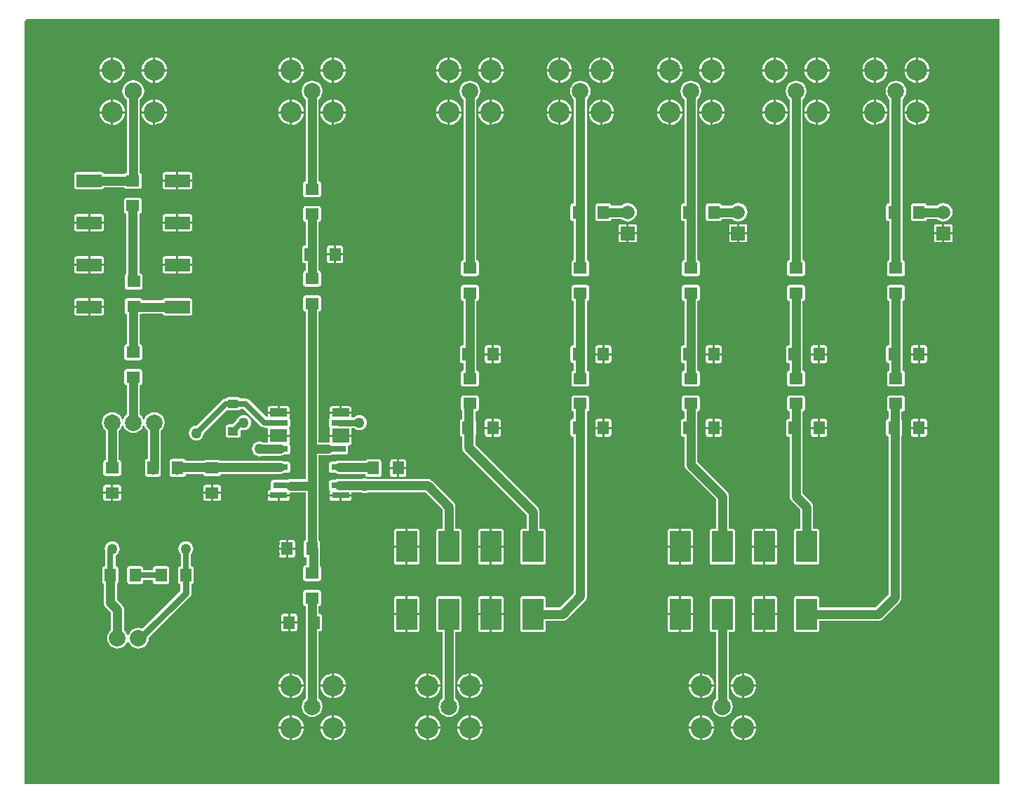
<source format=gtl>
G04 Layer_Physical_Order=1*
G04 Layer_Color=65280*
%FSLAX44Y44*%
%MOMM*%
G71*
G01*
G75*
%ADD10R,1.2700X1.0160*%
%ADD11R,2.5400X3.8100*%
%ADD12R,1.4000X1.6000*%
%ADD13R,3.0480X1.5240*%
%ADD14R,1.8000X0.8000*%
%ADD15R,2.1000X1.7000*%
%ADD16R,2.1000X1.0000*%
%ADD17R,2.1000X0.8000*%
%ADD18R,2.1000X1.6000*%
%ADD19R,1.6000X1.4000*%
%ADD20C,1.0640*%
%ADD21C,0.8000*%
%ADD22C,0.7000*%
%ADD23C,2.0000*%
%ADD24C,2.5400*%
%ADD25C,2.1000*%
%ADD26R,1.6700X1.6700*%
%ADD27C,1.6700*%
%ADD28C,1.2700*%
%ADD29C,6.0000*%
G36*
X1180125Y2875D02*
X2875D01*
Y923625D01*
X5375Y926125D01*
X1180125D01*
Y2875D01*
D02*
G37*
%LPC*%
G36*
X116900Y363840D02*
X110170D01*
Y355520D01*
X119490D01*
Y361250D01*
X119293Y362241D01*
X118731Y363081D01*
X117891Y363643D01*
X116900Y363840D01*
D02*
G37*
G36*
X237550D02*
X230820D01*
Y355520D01*
X240140D01*
Y361250D01*
X239943Y362241D01*
X239381Y363081D01*
X238541Y363643D01*
X237550Y363840D01*
D02*
G37*
G36*
X431136Y394815D02*
X417136D01*
X416133Y394615D01*
X415283Y394047D01*
X414715Y393197D01*
X414688Y393058D01*
X382100D01*
X380040Y392787D01*
X378121Y391992D01*
X377767Y391720D01*
X373100D01*
X372097Y391521D01*
X371247Y390953D01*
X370679Y390103D01*
X370480Y389100D01*
Y381100D01*
X370679Y380097D01*
X371247Y379247D01*
X372097Y378679D01*
X373100Y378480D01*
X377767D01*
X378121Y378208D01*
X380040Y377413D01*
X382100Y377142D01*
X414516D01*
Y376194D01*
X414715Y375192D01*
X415283Y374342D01*
X416133Y373773D01*
X417136Y373574D01*
X431136D01*
X432139Y373773D01*
X432989Y374342D01*
X433557Y375192D01*
X433756Y376194D01*
Y392194D01*
X433557Y393197D01*
X432989Y394047D01*
X432139Y394615D01*
X431136Y394815D01*
D02*
G37*
G36*
X463726Y382924D02*
X455406D01*
Y373605D01*
X461136D01*
X462127Y373802D01*
X462967Y374363D01*
X463529Y375203D01*
X463726Y376194D01*
Y382924D01*
D02*
G37*
G36*
X452866D02*
X444546D01*
Y376194D01*
X444743Y375203D01*
X445305Y374363D01*
X446145Y373802D01*
X447136Y373605D01*
X452866D01*
Y382924D01*
D02*
G37*
G36*
X228280Y352980D02*
X218960D01*
Y347250D01*
X219157Y346259D01*
X219719Y345419D01*
X220559Y344857D01*
X221550Y344660D01*
X228280D01*
Y352980D01*
D02*
G37*
G36*
X119490D02*
X110170D01*
Y344660D01*
X116900D01*
X117891Y344857D01*
X118731Y345419D01*
X119293Y346259D01*
X119490Y347250D01*
Y352980D01*
D02*
G37*
G36*
X240140D02*
X230820D01*
Y344660D01*
X237550D01*
X238541Y344857D01*
X239381Y345419D01*
X239943Y346259D01*
X240140Y347250D01*
Y352980D01*
D02*
G37*
G36*
X228280Y363840D02*
X221550D01*
X220559Y363643D01*
X219719Y363081D01*
X219157Y362241D01*
X218960Y361250D01*
Y355520D01*
X228280D01*
Y363840D01*
D02*
G37*
G36*
X107630D02*
X100900D01*
X99909Y363643D01*
X99069Y363081D01*
X98507Y362241D01*
X98310Y361250D01*
Y355520D01*
X107630D01*
Y363840D01*
D02*
G37*
G36*
X194971Y395132D02*
X180971D01*
X179968Y394932D01*
X179118Y394364D01*
X178550Y393514D01*
X178351Y392511D01*
Y376511D01*
X178550Y375508D01*
X179118Y374658D01*
X179968Y374090D01*
X180971Y373891D01*
X194971D01*
X195974Y374090D01*
X196824Y374658D01*
X197392Y375508D01*
X197591Y376511D01*
Y377142D01*
X218951D01*
X219129Y376247D01*
X219697Y375397D01*
X220547Y374829D01*
X221550Y374630D01*
X237550D01*
X238553Y374829D01*
X239403Y375397D01*
X239971Y376247D01*
X240149Y377142D01*
X312100D01*
X314160Y377413D01*
X316079Y378208D01*
X316433Y378480D01*
X321100D01*
X322103Y378679D01*
X322953Y379247D01*
X323521Y380097D01*
X323720Y381100D01*
Y389100D01*
X323521Y390103D01*
X322953Y390953D01*
X322103Y391521D01*
X321100Y391720D01*
X316433D01*
X316079Y391992D01*
X314160Y392787D01*
X312100Y393058D01*
X239433D01*
X239403Y393103D01*
X238553Y393671D01*
X237550Y393870D01*
X221550D01*
X220547Y393671D01*
X219697Y393103D01*
X219667Y393058D01*
X197482D01*
X197392Y393514D01*
X196824Y394364D01*
X195974Y394932D01*
X194971Y395132D01*
D02*
G37*
G36*
X711340Y431480D02*
X703020D01*
Y422160D01*
X708750D01*
X709741Y422357D01*
X710581Y422919D01*
X711143Y423759D01*
X711340Y424750D01*
Y431480D01*
D02*
G37*
G36*
X700480D02*
X692160D01*
Y424750D01*
X692357Y423759D01*
X692919Y422919D01*
X693759Y422357D01*
X694750Y422160D01*
X700480D01*
Y431480D01*
D02*
G37*
G36*
X833830D02*
X825510D01*
Y424750D01*
X825707Y423759D01*
X826269Y422919D01*
X827109Y422357D01*
X828100Y422160D01*
X833830D01*
Y431480D01*
D02*
G37*
G36*
X960830D02*
X952510D01*
Y424750D01*
X952707Y423759D01*
X953269Y422919D01*
X954109Y422357D01*
X955100Y422160D01*
X960830D01*
Y431480D01*
D02*
G37*
G36*
X844690D02*
X836370D01*
Y422160D01*
X842100D01*
X843091Y422357D01*
X843931Y422919D01*
X844493Y423759D01*
X844690Y424750D01*
Y431480D01*
D02*
G37*
G36*
X461136Y394784D02*
X455406D01*
Y385464D01*
X463726D01*
Y392194D01*
X463529Y393185D01*
X462967Y394026D01*
X462127Y394587D01*
X461136Y394784D01*
D02*
G37*
G36*
X452866D02*
X447136D01*
X446145Y394587D01*
X445305Y394026D01*
X444743Y393185D01*
X444546Y392194D01*
Y385464D01*
X452866D01*
Y394784D01*
D02*
G37*
G36*
X322690Y421830D02*
X309600D01*
X296510D01*
Y415100D01*
X296476Y415058D01*
X291307D01*
X291199Y415142D01*
X289029Y416040D01*
X286700Y416347D01*
X284371Y416040D01*
X282201Y415142D01*
X280338Y413712D01*
X278908Y411848D01*
X278010Y409679D01*
X277703Y407350D01*
X278010Y405021D01*
X278908Y402851D01*
X280338Y400988D01*
X282201Y399558D01*
X284371Y398660D01*
X286700Y398353D01*
X289029Y398660D01*
X290193Y399142D01*
X312100D01*
X314160Y399413D01*
X316079Y400208D01*
X316433Y400480D01*
X321100D01*
X322103Y400679D01*
X322953Y401247D01*
X323521Y402097D01*
X323720Y403100D01*
Y411100D01*
X323521Y412103D01*
X322953Y412953D01*
X322103Y413521D01*
X322102Y413524D01*
X322493Y414109D01*
X322690Y415100D01*
Y421830D01*
D02*
G37*
G36*
X577990Y431480D02*
X569670D01*
Y422160D01*
X575400D01*
X576391Y422357D01*
X577231Y422919D01*
X577793Y423759D01*
X577990Y424750D01*
Y431480D01*
D02*
G37*
G36*
X567130D02*
X558810D01*
Y424750D01*
X559007Y423759D01*
X559569Y422919D01*
X560409Y422357D01*
X561400Y422160D01*
X567130D01*
Y431480D01*
D02*
G37*
G36*
X318618Y297507D02*
X312888D01*
X311897Y297310D01*
X311057Y296749D01*
X310495Y295908D01*
X310298Y294917D01*
Y288187D01*
X318618D01*
Y297507D01*
D02*
G37*
G36*
X329478Y285647D02*
X321158D01*
Y276328D01*
X326888D01*
X327879Y276525D01*
X328719Y277086D01*
X329281Y277926D01*
X329478Y278917D01*
Y285647D01*
D02*
G37*
G36*
X326888Y297507D02*
X321158D01*
Y288187D01*
X329478D01*
Y294917D01*
X329281Y295908D01*
X328719Y296749D01*
X327879Y297310D01*
X326888Y297507D01*
D02*
G37*
G36*
X895030Y310890D02*
X883600D01*
X882609Y310693D01*
X881769Y310131D01*
X881207Y309291D01*
X881010Y308300D01*
Y290520D01*
X895030D01*
Y310890D01*
D02*
G37*
G36*
X564830D02*
X553400D01*
X552409Y310693D01*
X551569Y310131D01*
X551007Y309291D01*
X550810Y308300D01*
Y290520D01*
X564830D01*
Y310890D01*
D02*
G37*
G36*
X809990Y287980D02*
X795970D01*
Y267610D01*
X807400D01*
X808391Y267807D01*
X809231Y268369D01*
X809793Y269209D01*
X809990Y270200D01*
Y287980D01*
D02*
G37*
G36*
X793430D02*
X779410D01*
Y270200D01*
X779607Y269209D01*
X780169Y268369D01*
X781009Y267807D01*
X782000Y267610D01*
X793430D01*
Y287980D01*
D02*
G37*
G36*
X895030D02*
X881010D01*
Y270200D01*
X881207Y269209D01*
X881769Y268369D01*
X882609Y267807D01*
X883600Y267610D01*
X895030D01*
Y287980D01*
D02*
G37*
G36*
X318618Y285647D02*
X310298D01*
Y278917D01*
X310495Y277926D01*
X311057Y277086D01*
X311897Y276525D01*
X312888Y276328D01*
X318618D01*
Y285647D01*
D02*
G37*
G36*
X911590Y287980D02*
X897570D01*
Y267610D01*
X909000D01*
X909991Y267807D01*
X910831Y268369D01*
X911393Y269209D01*
X911590Y270200D01*
Y287980D01*
D02*
G37*
G36*
X463230Y310890D02*
X451800D01*
X450809Y310693D01*
X449969Y310131D01*
X449407Y309291D01*
X449210Y308300D01*
Y290520D01*
X463230D01*
Y310890D01*
D02*
G37*
G36*
X322690Y349830D02*
X310870D01*
Y344510D01*
X320100D01*
X321091Y344707D01*
X321931Y345269D01*
X322493Y346109D01*
X322690Y347100D01*
Y349830D01*
D02*
G37*
G36*
X308330D02*
X296510D01*
Y347100D01*
X296707Y346109D01*
X297269Y345269D01*
X298109Y344707D01*
X299100Y344510D01*
X308330D01*
Y349830D01*
D02*
G37*
G36*
X383330D02*
X371510D01*
Y347100D01*
X371707Y346109D01*
X372269Y345269D01*
X373109Y344707D01*
X374100Y344510D01*
X383330D01*
Y349830D01*
D02*
G37*
G36*
X107630Y352980D02*
X98310D01*
Y347250D01*
X98507Y346259D01*
X99069Y345419D01*
X99909Y344857D01*
X100900Y344660D01*
X107630D01*
Y352980D01*
D02*
G37*
G36*
X397690Y349830D02*
X385870D01*
Y344510D01*
X395100D01*
X396091Y344707D01*
X396931Y345269D01*
X397493Y346109D01*
X397690Y347100D01*
Y349830D01*
D02*
G37*
G36*
X578800Y310890D02*
X567370D01*
Y290520D01*
X581390D01*
Y308300D01*
X581193Y309291D01*
X580631Y310131D01*
X579791Y310693D01*
X578800Y310890D01*
D02*
G37*
G36*
X793430D02*
X782000D01*
X781009Y310693D01*
X780169Y310131D01*
X779607Y309291D01*
X779410Y308300D01*
Y290520D01*
X793430D01*
Y310890D01*
D02*
G37*
G36*
X909000D02*
X897570D01*
Y290520D01*
X911590D01*
Y308300D01*
X911393Y309291D01*
X910831Y310131D01*
X909991Y310693D01*
X909000Y310890D01*
D02*
G37*
G36*
X807400D02*
X795970D01*
Y290520D01*
X809990D01*
Y308300D01*
X809793Y309291D01*
X809231Y310131D01*
X808391Y310693D01*
X807400Y310890D01*
D02*
G37*
G36*
X477200D02*
X465770D01*
Y290520D01*
X479790D01*
Y308300D01*
X479593Y309291D01*
X479031Y310131D01*
X478191Y310693D01*
X477200Y310890D01*
D02*
G37*
G36*
X577990Y520380D02*
X569670D01*
Y511060D01*
X575400D01*
X576391Y511257D01*
X577231Y511819D01*
X577793Y512659D01*
X577990Y513650D01*
Y520380D01*
D02*
G37*
G36*
X567130D02*
X558810D01*
Y513650D01*
X559007Y512659D01*
X559569Y511819D01*
X560409Y511257D01*
X561400Y511060D01*
X567130D01*
Y520380D01*
D02*
G37*
G36*
X700480D02*
X692160D01*
Y513650D01*
X692357Y512659D01*
X692919Y511819D01*
X693759Y511257D01*
X694750Y511060D01*
X700480D01*
Y520380D01*
D02*
G37*
G36*
X833830D02*
X825510D01*
Y513650D01*
X825707Y512659D01*
X826269Y511819D01*
X827109Y511257D01*
X828100Y511060D01*
X833830D01*
Y520380D01*
D02*
G37*
G36*
X711340D02*
X703020D01*
Y511060D01*
X708750D01*
X709741Y511257D01*
X710581Y511819D01*
X711143Y512659D01*
X711340Y513650D01*
Y520380D01*
D02*
G37*
G36*
X682050Y605170D02*
X666050D01*
X665047Y604971D01*
X664197Y604403D01*
X663629Y603553D01*
X663430Y602550D01*
Y588550D01*
X663629Y587547D01*
X664197Y586697D01*
X665047Y586129D01*
X666050Y585930D01*
X666092D01*
Y532270D01*
X664750D01*
X663747Y532071D01*
X662897Y531503D01*
X662329Y530653D01*
X662130Y529650D01*
Y513650D01*
X662329Y512647D01*
X662897Y511797D01*
X663747Y511229D01*
X664750Y511030D01*
X666092D01*
Y501820D01*
X666050D01*
X665047Y501621D01*
X664197Y501053D01*
X663629Y500203D01*
X663430Y499200D01*
Y485200D01*
X663629Y484197D01*
X664197Y483347D01*
X665047Y482779D01*
X666050Y482580D01*
X682050D01*
X683053Y482779D01*
X683903Y483347D01*
X684471Y484197D01*
X684670Y485200D01*
Y499200D01*
X684471Y500203D01*
X683903Y501053D01*
X683053Y501621D01*
X682050Y501820D01*
X682008D01*
Y585930D01*
X682050D01*
X683053Y586129D01*
X683903Y586697D01*
X684471Y587547D01*
X684670Y588550D01*
Y602550D01*
X684471Y603553D01*
X683903Y604403D01*
X683053Y604971D01*
X682050Y605170D01*
D02*
G37*
G36*
X548700D02*
X532700D01*
X531697Y604971D01*
X530847Y604403D01*
X530279Y603553D01*
X530080Y602550D01*
Y588550D01*
X530279Y587547D01*
X530847Y586697D01*
X531697Y586129D01*
X532700Y585930D01*
X532742D01*
Y532270D01*
X531400D01*
X530397Y532071D01*
X529547Y531503D01*
X528979Y530653D01*
X528780Y529650D01*
Y513650D01*
X528979Y512647D01*
X529547Y511797D01*
X530397Y511229D01*
X531400Y511030D01*
X532742D01*
Y501820D01*
X532700D01*
X531697Y501621D01*
X530847Y501053D01*
X530279Y500203D01*
X530080Y499200D01*
Y485200D01*
X530279Y484197D01*
X530847Y483347D01*
X531697Y482779D01*
X532700Y482580D01*
X548700D01*
X549703Y482779D01*
X550553Y483347D01*
X551121Y484197D01*
X551320Y485200D01*
Y499200D01*
X551121Y500203D01*
X550553Y501053D01*
X549703Y501621D01*
X548700Y501820D01*
X548658D01*
Y585930D01*
X548700D01*
X549703Y586129D01*
X550553Y586697D01*
X551121Y587547D01*
X551320Y588550D01*
Y602550D01*
X551121Y603553D01*
X550553Y604403D01*
X549703Y604971D01*
X548700Y605170D01*
D02*
G37*
G36*
X815400D02*
X799400D01*
X798397Y604971D01*
X797547Y604403D01*
X796979Y603553D01*
X796780Y602550D01*
Y588550D01*
X796979Y587547D01*
X797547Y586697D01*
X798397Y586129D01*
X799400Y585930D01*
X799442D01*
Y532270D01*
X798100D01*
X797097Y532071D01*
X796247Y531503D01*
X795679Y530653D01*
X795480Y529650D01*
Y513650D01*
X795679Y512647D01*
X796247Y511797D01*
X797097Y511229D01*
X798100Y511030D01*
X799442D01*
Y501820D01*
X799400D01*
X798397Y501621D01*
X797547Y501053D01*
X796979Y500203D01*
X796780Y499200D01*
Y485200D01*
X796979Y484197D01*
X797547Y483347D01*
X798397Y482779D01*
X799400Y482580D01*
X815400D01*
X816403Y482779D01*
X817253Y483347D01*
X817821Y484197D01*
X818020Y485200D01*
Y499200D01*
X817821Y500203D01*
X817253Y501053D01*
X816403Y501621D01*
X815400Y501820D01*
X815358D01*
Y585930D01*
X815400D01*
X816403Y586129D01*
X817253Y586697D01*
X817821Y587547D01*
X818020Y588550D01*
Y602550D01*
X817821Y603553D01*
X817253Y604403D01*
X816403Y604971D01*
X815400Y605170D01*
D02*
G37*
G36*
X1063050D02*
X1047050D01*
X1046047Y604971D01*
X1045197Y604403D01*
X1044629Y603553D01*
X1044430Y602550D01*
Y588550D01*
X1044629Y587547D01*
X1045197Y586697D01*
X1046047Y586129D01*
X1047050Y585930D01*
X1047092D01*
Y532270D01*
X1045750D01*
X1044747Y532071D01*
X1043897Y531503D01*
X1043329Y530653D01*
X1043130Y529650D01*
Y513650D01*
X1043329Y512647D01*
X1043897Y511797D01*
X1044747Y511229D01*
X1045750Y511030D01*
X1047092D01*
Y501820D01*
X1047050D01*
X1046047Y501621D01*
X1045197Y501053D01*
X1044629Y500203D01*
X1044430Y499200D01*
Y485200D01*
X1044629Y484197D01*
X1045197Y483347D01*
X1046047Y482779D01*
X1047050Y482580D01*
X1063050D01*
X1064053Y482779D01*
X1064903Y483347D01*
X1065471Y484197D01*
X1065670Y485200D01*
Y499200D01*
X1065471Y500203D01*
X1064903Y501053D01*
X1064053Y501621D01*
X1063050Y501820D01*
X1063008D01*
Y585930D01*
X1063050D01*
X1064053Y586129D01*
X1064903Y586697D01*
X1065471Y587547D01*
X1065670Y588550D01*
Y602550D01*
X1065471Y603553D01*
X1064903Y604403D01*
X1064053Y604971D01*
X1063050Y605170D01*
D02*
G37*
G36*
X942400D02*
X926400D01*
X925397Y604971D01*
X924547Y604403D01*
X923979Y603553D01*
X923780Y602550D01*
Y588550D01*
X923979Y587547D01*
X924547Y586697D01*
X925397Y586129D01*
X926400Y585930D01*
X926442D01*
Y532270D01*
X925100D01*
X924097Y532071D01*
X923247Y531503D01*
X922679Y530653D01*
X922480Y529650D01*
Y513650D01*
X922679Y512647D01*
X923247Y511797D01*
X924097Y511229D01*
X925100Y511030D01*
X926442D01*
Y501820D01*
X926400D01*
X925397Y501621D01*
X924547Y501053D01*
X923979Y500203D01*
X923780Y499200D01*
Y485200D01*
X923979Y484197D01*
X924547Y483347D01*
X925397Y482779D01*
X926400Y482580D01*
X942400D01*
X943403Y482779D01*
X944253Y483347D01*
X944821Y484197D01*
X945020Y485200D01*
Y499200D01*
X944821Y500203D01*
X944253Y501053D01*
X943403Y501621D01*
X942400Y501820D01*
X942358D01*
Y585930D01*
X942400D01*
X943403Y586129D01*
X944253Y586697D01*
X944821Y587547D01*
X945020Y588550D01*
Y602550D01*
X944821Y603553D01*
X944253Y604403D01*
X943403Y604971D01*
X942400Y605170D01*
D02*
G37*
G36*
X844690Y520380D02*
X836370D01*
Y511060D01*
X842100D01*
X843091Y511257D01*
X843931Y511819D01*
X844493Y512659D01*
X844690Y513650D01*
Y520380D01*
D02*
G37*
G36*
X700480Y532240D02*
X694750D01*
X693759Y532043D01*
X692919Y531481D01*
X692357Y530641D01*
X692160Y529650D01*
Y522920D01*
X700480D01*
Y532240D01*
D02*
G37*
G36*
X575400D02*
X569670D01*
Y522920D01*
X577990D01*
Y529650D01*
X577793Y530641D01*
X577231Y531481D01*
X576391Y532043D01*
X575400Y532240D01*
D02*
G37*
G36*
X708750D02*
X703020D01*
Y522920D01*
X711340D01*
Y529650D01*
X711143Y530641D01*
X710581Y531481D01*
X709741Y532043D01*
X708750Y532240D01*
D02*
G37*
G36*
X842100D02*
X836370D01*
Y522920D01*
X844690D01*
Y529650D01*
X844493Y530641D01*
X843931Y531481D01*
X843091Y532043D01*
X842100Y532240D01*
D02*
G37*
G36*
X833830D02*
X828100D01*
X827109Y532043D01*
X826269Y531481D01*
X825707Y530641D01*
X825510Y529650D01*
Y522920D01*
X833830D01*
Y532240D01*
D02*
G37*
G36*
X971690Y520380D02*
X963370D01*
Y511060D01*
X969100D01*
X970091Y511257D01*
X970931Y511819D01*
X971493Y512659D01*
X971690Y513650D01*
Y520380D01*
D02*
G37*
G36*
X960830D02*
X952510D01*
Y513650D01*
X952707Y512659D01*
X953269Y511819D01*
X954109Y511257D01*
X955100Y511060D01*
X960830D01*
Y520380D01*
D02*
G37*
G36*
X1081480D02*
X1073160D01*
Y513650D01*
X1073357Y512659D01*
X1073919Y511819D01*
X1074759Y511257D01*
X1075750Y511060D01*
X1081480D01*
Y520380D01*
D02*
G37*
G36*
X567130Y532240D02*
X561400D01*
X560409Y532043D01*
X559569Y531481D01*
X559007Y530641D01*
X558810Y529650D01*
Y522920D01*
X567130D01*
Y532240D01*
D02*
G37*
G36*
X1092340Y520380D02*
X1084020D01*
Y511060D01*
X1089750D01*
X1090741Y511257D01*
X1091581Y511819D01*
X1092143Y512659D01*
X1092340Y513650D01*
Y520380D01*
D02*
G37*
G36*
X567130Y443340D02*
X561400D01*
X560409Y443143D01*
X559569Y442581D01*
X559007Y441741D01*
X558810Y440750D01*
Y434020D01*
X567130D01*
Y443340D01*
D02*
G37*
G36*
X384600Y451100D02*
D01*
Y449830D01*
X371510D01*
Y446100D01*
X371681Y445243D01*
X371247Y444953D01*
X370679Y444103D01*
X370480Y443100D01*
Y435100D01*
X370679Y434097D01*
X371247Y433247D01*
X371868Y432832D01*
X371707Y432591D01*
X371510Y431600D01*
Y424370D01*
X384600D01*
X397690D01*
Y431600D01*
X398406Y432473D01*
X401333D01*
X402851Y431308D01*
X405021Y430410D01*
X407350Y430103D01*
X409679Y430410D01*
X411848Y431308D01*
X413712Y432738D01*
X415142Y434602D01*
X416040Y436771D01*
X416347Y439100D01*
X416040Y441429D01*
X415142Y443599D01*
X413712Y445462D01*
X411848Y446892D01*
X409679Y447790D01*
X407350Y448097D01*
X405021Y447790D01*
X402851Y446892D01*
X401333Y445727D01*
X397996D01*
X397690Y446100D01*
Y449830D01*
X384600D01*
Y451100D01*
D02*
G37*
G36*
X575400Y443340D02*
X569670D01*
Y434020D01*
X577990D01*
Y440750D01*
X577793Y441741D01*
X577231Y442581D01*
X576391Y443143D01*
X575400Y443340D01*
D02*
G37*
G36*
X708750D02*
X703020D01*
Y434020D01*
X711340D01*
Y440750D01*
X711143Y441741D01*
X710581Y442581D01*
X709741Y443143D01*
X708750Y443340D01*
D02*
G37*
G36*
X700480D02*
X694750D01*
X693759Y443143D01*
X692919Y442581D01*
X692357Y441741D01*
X692160Y440750D01*
Y434020D01*
X700480D01*
Y443340D01*
D02*
G37*
G36*
X1081480Y431480D02*
X1073160D01*
Y424750D01*
X1073357Y423759D01*
X1073919Y422919D01*
X1074759Y422357D01*
X1075750Y422160D01*
X1081480D01*
Y431480D01*
D02*
G37*
G36*
X971690D02*
X963370D01*
Y422160D01*
X969100D01*
X970091Y422357D01*
X970931Y422919D01*
X971493Y423759D01*
X971690Y424750D01*
Y431480D01*
D02*
G37*
G36*
X1092340D02*
X1084020D01*
Y422160D01*
X1089750D01*
X1090741Y422357D01*
X1091581Y422919D01*
X1092143Y423759D01*
X1092340Y424750D01*
Y431480D01*
D02*
G37*
G36*
X267650Y448097D02*
X265321Y447790D01*
X263151Y446892D01*
X261288Y445462D01*
X259858Y443599D01*
X259153Y441895D01*
X253898Y436640D01*
X248600D01*
X247597Y436441D01*
X246747Y435873D01*
X246179Y435023D01*
X245980Y434020D01*
Y423860D01*
X246179Y422857D01*
X246747Y422007D01*
X247597Y421439D01*
X248600Y421240D01*
X261300D01*
X262303Y421439D01*
X263153Y422007D01*
X263721Y422857D01*
X263920Y423860D01*
Y429158D01*
X265216Y430453D01*
X265321Y430410D01*
X267650Y430103D01*
X269979Y430410D01*
X272148Y431308D01*
X274012Y432738D01*
X275442Y434602D01*
X276340Y436771D01*
X276647Y439100D01*
X276340Y441429D01*
X275442Y443599D01*
X274012Y445462D01*
X272148Y446892D01*
X269979Y447790D01*
X267650Y448097D01*
D02*
G37*
G36*
X261300Y469660D02*
X248600D01*
X247597Y469461D01*
X246747Y468893D01*
X246250Y468149D01*
X246060D01*
X243692Y467678D01*
X241684Y466336D01*
X218824Y443476D01*
X210716Y435368D01*
X210500Y435397D01*
X208171Y435090D01*
X206001Y434192D01*
X204138Y432762D01*
X202708Y430899D01*
X201810Y428729D01*
X201503Y426400D01*
X201810Y424071D01*
X202708Y421902D01*
X204138Y420038D01*
X206001Y418608D01*
X208171Y417710D01*
X210500Y417403D01*
X212829Y417710D01*
X214998Y418608D01*
X216862Y420038D01*
X218292Y421902D01*
X219190Y424071D01*
X219497Y426400D01*
X219468Y426616D01*
X227576Y434724D01*
X247426Y454574D01*
X247597Y454459D01*
X248600Y454260D01*
X261300D01*
X262303Y454459D01*
X263153Y455027D01*
X263650Y455771D01*
X267626D01*
X288674Y434724D01*
X290682Y433382D01*
X293050Y432911D01*
X295844D01*
X296618Y431641D01*
X296510Y431100D01*
Y424370D01*
X309600D01*
X322690D01*
Y431100D01*
X322493Y432091D01*
X322102Y432676D01*
X322103Y432679D01*
X322953Y433247D01*
X323521Y434097D01*
X323720Y435100D01*
Y443100D01*
X323521Y444103D01*
X322953Y444953D01*
X322519Y445243D01*
X322690Y446100D01*
Y449830D01*
X309600D01*
X296510D01*
Y446188D01*
X296309Y446013D01*
X295318Y445585D01*
X274566Y466336D01*
X272558Y467678D01*
X270190Y468149D01*
X263650D01*
X263153Y468893D01*
X262303Y469461D01*
X261300Y469660D01*
D02*
G37*
G36*
X833830Y443340D02*
X828100D01*
X827109Y443143D01*
X826269Y442581D01*
X825707Y441741D01*
X825510Y440750D01*
Y434020D01*
X833830D01*
Y443340D01*
D02*
G37*
G36*
X308330Y458690D02*
X299100D01*
X298109Y458493D01*
X297269Y457931D01*
X296707Y457091D01*
X296510Y456100D01*
Y452370D01*
X308330D01*
Y458690D01*
D02*
G37*
G36*
X142300Y503570D02*
X126300D01*
X125297Y503371D01*
X124447Y502803D01*
X123879Y501953D01*
X123680Y500950D01*
Y486950D01*
X123879Y485947D01*
X124447Y485097D01*
X125297Y484529D01*
X126300Y484330D01*
X126342D01*
Y448838D01*
X125335Y448065D01*
X123320Y445439D01*
X122287Y442946D01*
X120913D01*
X119880Y445439D01*
X117865Y448065D01*
X115239Y450080D01*
X112181Y451347D01*
X108900Y451778D01*
X105619Y451347D01*
X102561Y450080D01*
X99935Y448065D01*
X97920Y445439D01*
X96654Y442381D01*
X96222Y439100D01*
X96654Y435819D01*
X97920Y432761D01*
X99935Y430135D01*
X100942Y429362D01*
Y393870D01*
X100900D01*
X99897Y393671D01*
X99047Y393103D01*
X98479Y392253D01*
X98280Y391250D01*
Y377250D01*
X98479Y376247D01*
X99047Y375397D01*
X99897Y374829D01*
X100900Y374630D01*
X116900D01*
X117903Y374829D01*
X118753Y375397D01*
X119321Y376247D01*
X119520Y377250D01*
Y391250D01*
X119321Y392253D01*
X118753Y393103D01*
X117903Y393671D01*
X116900Y393870D01*
X116858D01*
Y429362D01*
X117865Y430135D01*
X119880Y432761D01*
X120913Y435254D01*
X122287D01*
X123320Y432761D01*
X125335Y430135D01*
X127961Y428120D01*
X131019Y426854D01*
X134300Y426422D01*
X137581Y426854D01*
X140639Y428120D01*
X143265Y430135D01*
X145280Y432761D01*
X146313Y435254D01*
X147687D01*
X148720Y432761D01*
X150735Y430135D01*
X151742Y429362D01*
Y395132D01*
X150971D01*
X149968Y394932D01*
X149118Y394364D01*
X148550Y393514D01*
X148351Y392511D01*
Y376511D01*
X148550Y375508D01*
X149118Y374658D01*
X149968Y374090D01*
X150971Y373891D01*
X164971D01*
X165974Y374090D01*
X166824Y374658D01*
X167392Y375508D01*
X167591Y376511D01*
Y382743D01*
X167658Y383250D01*
X167658Y383250D01*
Y429362D01*
X168665Y430135D01*
X170680Y432761D01*
X171947Y435819D01*
X172379Y439100D01*
X171947Y442381D01*
X170680Y445439D01*
X168665Y448065D01*
X166039Y450080D01*
X162981Y451347D01*
X159700Y451778D01*
X156419Y451347D01*
X153361Y450080D01*
X150735Y448065D01*
X148720Y445439D01*
X147687Y442946D01*
X146313D01*
X145280Y445439D01*
X143265Y448065D01*
X142258Y448838D01*
Y484330D01*
X142300D01*
X143303Y484529D01*
X144153Y485097D01*
X144721Y485947D01*
X144920Y486950D01*
Y500950D01*
X144721Y501953D01*
X144153Y502803D01*
X143303Y503371D01*
X142300Y503570D01*
D02*
G37*
G36*
X383330Y458690D02*
X374100D01*
X373109Y458493D01*
X372269Y457931D01*
X371707Y457091D01*
X371510Y456100D01*
Y452370D01*
X383330D01*
Y458690D01*
D02*
G37*
G36*
X395100D02*
X385870D01*
Y452370D01*
X397690D01*
Y456100D01*
X397493Y457091D01*
X396931Y457931D01*
X396091Y458493D01*
X395100Y458690D01*
D02*
G37*
G36*
X320100D02*
X310870D01*
Y452370D01*
X322690D01*
Y456100D01*
X322493Y457091D01*
X321931Y457931D01*
X321091Y458493D01*
X320100Y458690D01*
D02*
G37*
G36*
X960830Y443340D02*
X955100D01*
X954109Y443143D01*
X953269Y442581D01*
X952707Y441741D01*
X952510Y440750D01*
Y434020D01*
X960830D01*
Y443340D01*
D02*
G37*
G36*
X842100D02*
X836370D01*
Y434020D01*
X844690D01*
Y440750D01*
X844493Y441741D01*
X843931Y442581D01*
X843091Y443143D01*
X842100Y443340D01*
D02*
G37*
G36*
X969100D02*
X963370D01*
Y434020D01*
X971690D01*
Y440750D01*
X971493Y441741D01*
X970931Y442581D01*
X970091Y443143D01*
X969100Y443340D01*
D02*
G37*
G36*
X1089750D02*
X1084020D01*
Y434020D01*
X1092340D01*
Y440750D01*
X1092143Y441741D01*
X1091581Y442581D01*
X1090741Y443143D01*
X1089750Y443340D01*
D02*
G37*
G36*
X1081480D02*
X1075750D01*
X1074759Y443143D01*
X1073919Y442581D01*
X1073357Y441741D01*
X1073160Y440750D01*
Y434020D01*
X1081480D01*
Y443340D01*
D02*
G37*
G36*
X323530Y120330D02*
X309611D01*
X309781Y118612D01*
X310652Y115740D01*
X312067Y113092D01*
X313972Y110772D01*
X316292Y108867D01*
X318940Y107452D01*
X321812Y106580D01*
X323530Y106411D01*
Y120330D01*
D02*
G37*
G36*
X858200Y229620D02*
X832800D01*
X831797Y229421D01*
X830947Y228853D01*
X830379Y228003D01*
X830180Y227000D01*
Y188900D01*
X830379Y187897D01*
X830947Y187047D01*
X831797Y186479D01*
X832800Y186280D01*
X837542D01*
Y105938D01*
X836535Y105165D01*
X834520Y102539D01*
X833254Y99481D01*
X832822Y96200D01*
X833254Y92919D01*
X834520Y89861D01*
X836535Y87235D01*
X839161Y85220D01*
X842219Y83954D01*
X845500Y83521D01*
X848781Y83954D01*
X851839Y85220D01*
X854465Y87235D01*
X856480Y89861D01*
X857747Y92919D01*
X858178Y96200D01*
X857747Y99481D01*
X856480Y102539D01*
X854465Y105165D01*
X853458Y105938D01*
Y186280D01*
X858200D01*
X859203Y186479D01*
X860053Y187047D01*
X860621Y187897D01*
X860820Y188900D01*
Y227000D01*
X860621Y228003D01*
X860053Y228853D01*
X859203Y229421D01*
X858200Y229620D01*
D02*
G37*
G36*
X374330Y120330D02*
X360411D01*
X360580Y118612D01*
X361452Y115740D01*
X362867Y113092D01*
X364772Y110772D01*
X367092Y108867D01*
X369740Y107452D01*
X372612Y106580D01*
X374330Y106411D01*
Y120330D01*
D02*
G37*
G36*
X539430D02*
X525511D01*
X525681Y118612D01*
X526552Y115740D01*
X527967Y113092D01*
X529872Y110772D01*
X532192Y108867D01*
X534840Y107452D01*
X537712Y106580D01*
X539430Y106411D01*
Y120330D01*
D02*
G37*
G36*
X488630D02*
X474711D01*
X474880Y118612D01*
X475752Y115740D01*
X477167Y113092D01*
X479072Y110772D01*
X481392Y108867D01*
X484040Y107452D01*
X486912Y106580D01*
X488630Y106411D01*
Y120330D01*
D02*
G37*
G36*
X872170Y85989D02*
Y72070D01*
X886089D01*
X885919Y73788D01*
X885048Y76660D01*
X883633Y79308D01*
X881729Y81629D01*
X879408Y83533D01*
X876760Y84948D01*
X873888Y85820D01*
X872170Y85989D01*
D02*
G37*
G36*
X541970D02*
Y72070D01*
X555889D01*
X555719Y73788D01*
X554848Y76660D01*
X553433Y79308D01*
X551529Y81629D01*
X549208Y83533D01*
X546560Y84948D01*
X543688Y85820D01*
X541970Y85989D01*
D02*
G37*
G36*
X326070D02*
Y72070D01*
X339989D01*
X339819Y73788D01*
X338948Y76660D01*
X337533Y79308D01*
X335629Y81629D01*
X333308Y83533D01*
X330660Y84948D01*
X327788Y85820D01*
X326070Y85989D01*
D02*
G37*
G36*
X528000Y229620D02*
X502600D01*
X501597Y229421D01*
X500747Y228853D01*
X500179Y228003D01*
X499980Y227000D01*
Y188900D01*
X500179Y187897D01*
X500747Y187047D01*
X501597Y186479D01*
X502600Y186280D01*
X507342D01*
Y105938D01*
X506335Y105165D01*
X504320Y102539D01*
X503054Y99481D01*
X502621Y96200D01*
X503054Y92919D01*
X504320Y89861D01*
X506335Y87235D01*
X508961Y85220D01*
X512019Y83954D01*
X515300Y83521D01*
X518581Y83954D01*
X521639Y85220D01*
X524265Y87235D01*
X526280Y89861D01*
X527547Y92919D01*
X527979Y96200D01*
X527547Y99481D01*
X526280Y102539D01*
X524265Y105165D01*
X523258Y105938D01*
Y186280D01*
X528000D01*
X529003Y186479D01*
X529853Y187047D01*
X530421Y187897D01*
X530620Y188900D01*
Y227000D01*
X530421Y228003D01*
X529853Y228853D01*
X529003Y229421D01*
X528000Y229620D01*
D02*
G37*
G36*
X358200Y236870D02*
X342200D01*
X341197Y236671D01*
X340347Y236103D01*
X339779Y235253D01*
X339580Y234250D01*
Y220250D01*
X339779Y219247D01*
X340347Y218397D01*
X341197Y217829D01*
X342200Y217630D01*
X342242D01*
Y105938D01*
X341235Y105165D01*
X339220Y102539D01*
X337954Y99481D01*
X337522Y96200D01*
X337954Y92919D01*
X339220Y89861D01*
X341235Y87235D01*
X343861Y85220D01*
X346919Y83954D01*
X350200Y83521D01*
X353481Y83954D01*
X356539Y85220D01*
X359165Y87235D01*
X361180Y89861D01*
X362447Y92919D01*
X362878Y96200D01*
X362447Y99481D01*
X361180Y102539D01*
X359165Y105165D01*
X358158Y105938D01*
Y187180D01*
X359500D01*
X360503Y187379D01*
X361353Y187947D01*
X361921Y188797D01*
X362120Y189800D01*
Y205800D01*
X361921Y206803D01*
X361353Y207653D01*
X360503Y208221D01*
X359500Y208420D01*
X358158D01*
Y217630D01*
X358200D01*
X359203Y217829D01*
X360053Y218397D01*
X360621Y219247D01*
X360820Y220250D01*
Y234250D01*
X360621Y235253D01*
X360053Y236103D01*
X359203Y236671D01*
X358200Y236870D01*
D02*
G37*
G36*
X818830Y120330D02*
X804911D01*
X805080Y118612D01*
X805952Y115740D01*
X807367Y113092D01*
X809272Y110772D01*
X811592Y108867D01*
X814240Y107452D01*
X817112Y106580D01*
X818830Y106411D01*
Y120330D01*
D02*
G37*
G36*
X886089D02*
X872170D01*
Y106411D01*
X873888Y106580D01*
X876760Y107452D01*
X879408Y108867D01*
X881729Y110772D01*
X883633Y113092D01*
X885048Y115740D01*
X885919Y118612D01*
X886089Y120330D01*
D02*
G37*
G36*
X835289D02*
X821370D01*
Y106411D01*
X823088Y106580D01*
X825960Y107452D01*
X828608Y108867D01*
X830928Y110772D01*
X832833Y113092D01*
X834248Y115740D01*
X835119Y118612D01*
X835289Y120330D01*
D02*
G37*
G36*
X488630Y136789D02*
X486912Y136620D01*
X484040Y135748D01*
X481392Y134333D01*
X479072Y132429D01*
X477167Y130108D01*
X475752Y127460D01*
X474880Y124588D01*
X474711Y122870D01*
X488630D01*
Y136789D01*
D02*
G37*
G36*
X374330D02*
X372612Y136620D01*
X369740Y135748D01*
X367092Y134333D01*
X364772Y132429D01*
X362867Y130108D01*
X361452Y127460D01*
X360580Y124588D01*
X360411Y122870D01*
X374330D01*
Y136789D01*
D02*
G37*
G36*
X818830D02*
X817112Y136620D01*
X814240Y135748D01*
X811592Y134333D01*
X809272Y132429D01*
X807367Y130108D01*
X805952Y127460D01*
X805080Y124588D01*
X804911Y122870D01*
X818830D01*
Y136789D01*
D02*
G37*
G36*
X339989Y120330D02*
X326070D01*
Y106411D01*
X327788Y106580D01*
X330660Y107452D01*
X333308Y108867D01*
X335629Y110772D01*
X337533Y113092D01*
X338948Y115740D01*
X339819Y118612D01*
X339989Y120330D01*
D02*
G37*
G36*
X869630D02*
X855711D01*
X855881Y118612D01*
X856752Y115740D01*
X858167Y113092D01*
X860072Y110772D01*
X862392Y108867D01*
X865040Y107452D01*
X867912Y106580D01*
X869630Y106411D01*
Y120330D01*
D02*
G37*
G36*
X390789D02*
X376870D01*
Y106411D01*
X378588Y106580D01*
X381460Y107452D01*
X384108Y108867D01*
X386428Y110772D01*
X388333Y113092D01*
X389748Y115740D01*
X390620Y118612D01*
X390789Y120330D01*
D02*
G37*
G36*
X555889D02*
X541970D01*
Y106411D01*
X543688Y106580D01*
X546560Y107452D01*
X549208Y108867D01*
X551529Y110772D01*
X553433Y113092D01*
X554848Y115740D01*
X555719Y118612D01*
X555889Y120330D01*
D02*
G37*
G36*
X505089D02*
X491170D01*
Y106411D01*
X492888Y106580D01*
X495760Y107452D01*
X498408Y108867D01*
X500728Y110772D01*
X502633Y113092D01*
X504048Y115740D01*
X504920Y118612D01*
X505089Y120330D01*
D02*
G37*
G36*
X339989Y69530D02*
X326070D01*
Y55611D01*
X327788Y55781D01*
X330660Y56652D01*
X333308Y58067D01*
X335629Y59972D01*
X337533Y62292D01*
X338948Y64940D01*
X339819Y67812D01*
X339989Y69530D01*
D02*
G37*
G36*
X869630D02*
X855711D01*
X855881Y67812D01*
X856752Y64940D01*
X858167Y62292D01*
X860072Y59972D01*
X862392Y58067D01*
X865040Y56652D01*
X867912Y55781D01*
X869630Y55611D01*
Y69530D01*
D02*
G37*
G36*
X390789D02*
X376870D01*
Y55611D01*
X378588Y55781D01*
X381460Y56652D01*
X384108Y58067D01*
X386428Y59972D01*
X388333Y62292D01*
X389748Y64940D01*
X390620Y67812D01*
X390789Y69530D01*
D02*
G37*
G36*
X555889D02*
X541970D01*
Y55611D01*
X543688Y55781D01*
X546560Y56652D01*
X549208Y58067D01*
X551529Y59972D01*
X553433Y62292D01*
X554848Y64940D01*
X555719Y67812D01*
X555889Y69530D01*
D02*
G37*
G36*
X505089D02*
X491170D01*
Y55611D01*
X492888Y55781D01*
X495760Y56652D01*
X498408Y58067D01*
X500728Y59972D01*
X502633Y62292D01*
X504048Y64940D01*
X504920Y67812D01*
X505089Y69530D01*
D02*
G37*
G36*
X374330D02*
X360411D01*
X360580Y67812D01*
X361452Y64940D01*
X362867Y62292D01*
X364772Y59972D01*
X367092Y58067D01*
X369740Y56652D01*
X372612Y55781D01*
X374330Y55611D01*
Y69530D01*
D02*
G37*
G36*
X323530D02*
X309611D01*
X309781Y67812D01*
X310652Y64940D01*
X312067Y62292D01*
X313972Y59972D01*
X316292Y58067D01*
X318940Y56652D01*
X321812Y55781D01*
X323530Y55611D01*
Y69530D01*
D02*
G37*
G36*
X488630D02*
X474711D01*
X474880Y67812D01*
X475752Y64940D01*
X477167Y62292D01*
X479072Y59972D01*
X481392Y58067D01*
X484040Y56652D01*
X486912Y55781D01*
X488630Y55611D01*
Y69530D01*
D02*
G37*
G36*
X818830D02*
X804911D01*
X805080Y67812D01*
X805952Y64940D01*
X807367Y62292D01*
X809272Y59972D01*
X811592Y58067D01*
X814240Y56652D01*
X817112Y55781D01*
X818830Y55611D01*
Y69530D01*
D02*
G37*
G36*
X539430D02*
X525511D01*
X525681Y67812D01*
X526552Y64940D01*
X527967Y62292D01*
X529872Y59972D01*
X532192Y58067D01*
X534840Y56652D01*
X537712Y55781D01*
X539430Y55611D01*
Y69530D01*
D02*
G37*
G36*
X835289D02*
X821370D01*
Y55611D01*
X823088Y55781D01*
X825960Y56652D01*
X828608Y58067D01*
X830928Y59972D01*
X832833Y62292D01*
X834248Y64940D01*
X835119Y67812D01*
X835289Y69530D01*
D02*
G37*
G36*
X323530Y85989D02*
X321812Y85820D01*
X318940Y84948D01*
X316292Y83533D01*
X313972Y81629D01*
X312067Y79308D01*
X310652Y76660D01*
X309781Y73788D01*
X309611Y72070D01*
X323530D01*
Y85989D01*
D02*
G37*
G36*
X869630D02*
X867912Y85820D01*
X865040Y84948D01*
X862392Y83533D01*
X860072Y81629D01*
X858167Y79308D01*
X856752Y76660D01*
X855881Y73788D01*
X855711Y72070D01*
X869630D01*
Y85989D01*
D02*
G37*
G36*
X491170D02*
Y72070D01*
X505089D01*
X504920Y73788D01*
X504048Y76660D01*
X502633Y79308D01*
X500728Y81629D01*
X498408Y83533D01*
X495760Y84948D01*
X492888Y85820D01*
X491170Y85989D01*
D02*
G37*
G36*
X376870D02*
Y72070D01*
X390789D01*
X390620Y73788D01*
X389748Y76660D01*
X388333Y79308D01*
X386428Y81629D01*
X384108Y83533D01*
X381460Y84948D01*
X378588Y85820D01*
X376870Y85989D01*
D02*
G37*
G36*
X821370D02*
Y72070D01*
X835289D01*
X835119Y73788D01*
X834248Y76660D01*
X832833Y79308D01*
X830928Y81629D01*
X828608Y83533D01*
X825960Y84948D01*
X823088Y85820D01*
X821370Y85989D01*
D02*
G37*
G36*
X488630D02*
X486912Y85820D01*
X484040Y84948D01*
X481392Y83533D01*
X479072Y81629D01*
X477167Y79308D01*
X475752Y76660D01*
X474880Y73788D01*
X474711Y72070D01*
X488630D01*
Y85989D01*
D02*
G37*
G36*
X886089Y69530D02*
X872170D01*
Y55611D01*
X873888Y55781D01*
X876760Y56652D01*
X879408Y58067D01*
X881729Y59972D01*
X883633Y62292D01*
X885048Y64940D01*
X885919Y67812D01*
X886089Y69530D01*
D02*
G37*
G36*
X818830Y85989D02*
X817112Y85820D01*
X814240Y84948D01*
X811592Y83533D01*
X809272Y81629D01*
X807367Y79308D01*
X805952Y76660D01*
X805080Y73788D01*
X804911Y72070D01*
X818830D01*
Y85989D01*
D02*
G37*
G36*
X539430D02*
X537712Y85820D01*
X534840Y84948D01*
X532192Y83533D01*
X529872Y81629D01*
X527967Y79308D01*
X526552Y76660D01*
X525681Y73788D01*
X525511Y72070D01*
X539430D01*
Y85989D01*
D02*
G37*
G36*
X374330D02*
X372612Y85820D01*
X369740Y84948D01*
X367092Y83533D01*
X364772Y81629D01*
X362867Y79308D01*
X361452Y76660D01*
X360580Y73788D01*
X360411Y72070D01*
X374330D01*
Y85989D01*
D02*
G37*
G36*
X909000Y229590D02*
X897570D01*
Y209220D01*
X911590D01*
Y227000D01*
X911393Y227991D01*
X910831Y228831D01*
X909991Y229393D01*
X909000Y229590D01*
D02*
G37*
G36*
X578800D02*
X567370D01*
Y209220D01*
X581390D01*
Y227000D01*
X581193Y227991D01*
X580631Y228831D01*
X579791Y229393D01*
X578800Y229590D01*
D02*
G37*
G36*
X477200D02*
X465770D01*
Y209220D01*
X479790D01*
Y227000D01*
X479593Y227991D01*
X479031Y228831D01*
X478191Y229393D01*
X477200Y229590D01*
D02*
G37*
G36*
X682050Y471820D02*
X666050D01*
X665047Y471621D01*
X664197Y471053D01*
X663629Y470203D01*
X663430Y469200D01*
Y455200D01*
X663629Y454197D01*
X664197Y453347D01*
X665047Y452779D01*
X666050Y452580D01*
X666092D01*
Y443370D01*
X664750D01*
X663747Y443171D01*
X662897Y442603D01*
X662329Y441753D01*
X662130Y440750D01*
Y424750D01*
X662329Y423747D01*
X662897Y422897D01*
X663747Y422329D01*
X664750Y422130D01*
X666092D01*
Y232846D01*
X649154Y215908D01*
X632220D01*
Y227000D01*
X632021Y228003D01*
X631453Y228853D01*
X630603Y229421D01*
X629600Y229620D01*
X604200D01*
X603197Y229421D01*
X602347Y228853D01*
X601779Y228003D01*
X601580Y227000D01*
Y188900D01*
X601779Y187897D01*
X602347Y187047D01*
X603197Y186479D01*
X604200Y186280D01*
X629600D01*
X630603Y186479D01*
X631453Y187047D01*
X632021Y187897D01*
X632220Y188900D01*
Y199992D01*
X652450D01*
X652450Y199992D01*
X654510Y200263D01*
X656429Y201058D01*
X658077Y202323D01*
X679677Y223923D01*
X679677Y223923D01*
X680942Y225571D01*
X681737Y227490D01*
X682008Y229550D01*
X682008Y229550D01*
Y452580D01*
X682050D01*
X683053Y452779D01*
X683903Y453347D01*
X684471Y454197D01*
X684670Y455200D01*
Y469200D01*
X684471Y470203D01*
X683903Y471053D01*
X683053Y471621D01*
X682050Y471820D01*
D02*
G37*
G36*
X807400Y229590D02*
X795970D01*
Y209220D01*
X809990D01*
Y227000D01*
X809793Y227991D01*
X809231Y228831D01*
X808391Y229393D01*
X807400Y229590D01*
D02*
G37*
G36*
X564830D02*
X553400D01*
X552409Y229393D01*
X551569Y228831D01*
X551007Y227991D01*
X550810Y227000D01*
Y209220D01*
X564830D01*
Y229590D01*
D02*
G37*
G36*
X329500Y208390D02*
X323770D01*
Y199070D01*
X332090D01*
Y205800D01*
X331893Y206791D01*
X331331Y207631D01*
X330491Y208193D01*
X329500Y208390D01*
D02*
G37*
G36*
X895030Y229590D02*
X883600D01*
X882609Y229393D01*
X881769Y228831D01*
X881207Y227991D01*
X881010Y227000D01*
Y209220D01*
X895030D01*
Y229590D01*
D02*
G37*
G36*
X793430D02*
X782000D01*
X781009Y229393D01*
X780169Y228831D01*
X779607Y227991D01*
X779410Y227000D01*
Y209220D01*
X793430D01*
Y229590D01*
D02*
G37*
G36*
X463230D02*
X451800D01*
X450809Y229393D01*
X449969Y228831D01*
X449407Y227991D01*
X449210Y227000D01*
Y209220D01*
X463230D01*
Y229590D01*
D02*
G37*
G36*
X1063050Y471820D02*
X1047050D01*
X1046047Y471621D01*
X1045197Y471053D01*
X1044629Y470203D01*
X1044430Y469200D01*
Y455200D01*
X1044629Y454197D01*
X1045197Y453347D01*
X1045792Y452950D01*
Y443370D01*
X1045750D01*
X1044747Y443171D01*
X1043897Y442603D01*
X1043329Y441753D01*
X1043130Y440750D01*
Y424750D01*
X1043329Y423747D01*
X1043897Y422897D01*
X1044747Y422329D01*
X1045750Y422130D01*
X1045792D01*
Y231546D01*
X1030154Y215908D01*
X962420D01*
Y227000D01*
X962221Y228003D01*
X961653Y228853D01*
X960803Y229421D01*
X959800Y229620D01*
X934400D01*
X933397Y229421D01*
X932547Y228853D01*
X931979Y228003D01*
X931780Y227000D01*
Y188900D01*
X931979Y187897D01*
X932547Y187047D01*
X933397Y186479D01*
X934400Y186280D01*
X959800D01*
X960803Y186479D01*
X961653Y187047D01*
X962221Y187897D01*
X962420Y188900D01*
Y199992D01*
X1033450D01*
X1033450Y199992D01*
X1035510Y200263D01*
X1037429Y201058D01*
X1039077Y202323D01*
X1059377Y222623D01*
X1060642Y224271D01*
X1061437Y226190D01*
X1061708Y228250D01*
X1061708Y228250D01*
Y423055D01*
X1062171Y423747D01*
X1062370Y424750D01*
Y440750D01*
X1062171Y441753D01*
X1061708Y442445D01*
Y452580D01*
X1063050D01*
X1064053Y452779D01*
X1064903Y453347D01*
X1065471Y454197D01*
X1065670Y455200D01*
Y469200D01*
X1065471Y470203D01*
X1064903Y471053D01*
X1064053Y471621D01*
X1063050Y471820D01*
D02*
G37*
G36*
X463230Y287980D02*
X449210D01*
Y270200D01*
X449407Y269209D01*
X449969Y268369D01*
X450809Y267807D01*
X451800Y267610D01*
X463230D01*
Y287980D01*
D02*
G37*
G36*
X942400Y471820D02*
X926400D01*
X925397Y471621D01*
X924547Y471053D01*
X923979Y470203D01*
X923780Y469200D01*
Y455200D01*
X923979Y454197D01*
X924547Y453347D01*
X925397Y452779D01*
X926400Y452580D01*
X926442D01*
Y443370D01*
X925100D01*
X924097Y443171D01*
X923247Y442603D01*
X922679Y441753D01*
X922480Y440750D01*
Y424750D01*
X922679Y423747D01*
X923247Y422897D01*
X924097Y422329D01*
X925100Y422130D01*
X926442D01*
Y350200D01*
X926442Y350200D01*
X926713Y348140D01*
X927508Y346221D01*
X928773Y344573D01*
X939142Y334204D01*
Y310920D01*
X934400D01*
X933397Y310721D01*
X932547Y310153D01*
X931979Y309303D01*
X931780Y308300D01*
Y270200D01*
X931979Y269197D01*
X932547Y268347D01*
X933397Y267779D01*
X934400Y267580D01*
X959800D01*
X960803Y267779D01*
X961653Y268347D01*
X962221Y269197D01*
X962420Y270200D01*
Y308300D01*
X962221Y309303D01*
X961653Y310153D01*
X960803Y310721D01*
X959800Y310920D01*
X955058D01*
Y337500D01*
X955058Y337500D01*
X954787Y339560D01*
X953992Y341479D01*
X952727Y343127D01*
X952727Y343127D01*
X942358Y353496D01*
Y452580D01*
X942400D01*
X943403Y452779D01*
X944253Y453347D01*
X944821Y454197D01*
X945020Y455200D01*
Y469200D01*
X944821Y470203D01*
X944253Y471053D01*
X943403Y471621D01*
X942400Y471820D01*
D02*
G37*
G36*
X479790Y287980D02*
X465770D01*
Y267610D01*
X477200D01*
X478191Y267807D01*
X479031Y268369D01*
X479593Y269209D01*
X479790Y270200D01*
Y287980D01*
D02*
G37*
G36*
X581390D02*
X567370D01*
Y267610D01*
X578800D01*
X579791Y267807D01*
X580631Y268369D01*
X581193Y269209D01*
X581390Y270200D01*
Y287980D01*
D02*
G37*
G36*
X564830D02*
X550810D01*
Y270200D01*
X551007Y269209D01*
X551569Y268369D01*
X552409Y267807D01*
X553400Y267610D01*
X564830D01*
Y287980D01*
D02*
G37*
G36*
X174800Y265570D02*
X160800D01*
X159797Y265371D01*
X158947Y264803D01*
X158379Y263953D01*
X158180Y262950D01*
Y261139D01*
X146220D01*
Y262950D01*
X146021Y263953D01*
X145453Y264803D01*
X144603Y265371D01*
X143600Y265570D01*
X129600D01*
X128597Y265371D01*
X127747Y264803D01*
X127179Y263953D01*
X126980Y262950D01*
Y246950D01*
X127179Y245947D01*
X127747Y245097D01*
X128597Y244529D01*
X129600Y244330D01*
X143600D01*
X144603Y244529D01*
X145453Y245097D01*
X146021Y245947D01*
X146220Y246950D01*
Y248761D01*
X158180D01*
Y246950D01*
X158379Y245947D01*
X158947Y245097D01*
X159797Y244529D01*
X160800Y244330D01*
X174800D01*
X175803Y244529D01*
X176653Y245097D01*
X177221Y245947D01*
X177420Y246950D01*
Y262950D01*
X177221Y263953D01*
X176653Y264803D01*
X175803Y265371D01*
X174800Y265570D01*
D02*
G37*
G36*
X358200Y592470D02*
X342200D01*
X341197Y592271D01*
X340347Y591703D01*
X339779Y590853D01*
X339580Y589850D01*
Y575850D01*
X339779Y574847D01*
X340347Y573997D01*
X341197Y573429D01*
X342200Y573230D01*
X342242D01*
Y407350D01*
Y370858D01*
X324052D01*
X321992Y370587D01*
X320073Y369792D01*
X319980Y369720D01*
X303100D01*
X302097Y369521D01*
X301247Y368953D01*
X300679Y368103D01*
X300480Y367100D01*
Y359100D01*
X300508Y358960D01*
X299540Y357690D01*
X299100D01*
X298109Y357493D01*
X297269Y356931D01*
X296707Y356091D01*
X296510Y355100D01*
Y352370D01*
X309600D01*
X322690D01*
Y353840D01*
X323960Y354954D01*
X324052Y354942D01*
X342242D01*
Y297409D01*
X341885Y297338D01*
X341035Y296770D01*
X340467Y295920D01*
X340268Y294917D01*
Y278917D01*
X340467Y277915D01*
X341035Y277064D01*
X341885Y276497D01*
X342888Y276297D01*
X343542D01*
Y266870D01*
X342200D01*
X341197Y266671D01*
X340347Y266103D01*
X339779Y265253D01*
X339580Y264250D01*
Y250250D01*
X339779Y249247D01*
X340347Y248397D01*
X341197Y247829D01*
X342200Y247630D01*
X358200D01*
X359203Y247829D01*
X360053Y248397D01*
X360621Y249247D01*
X360820Y250250D01*
Y264250D01*
X360621Y265253D01*
X360053Y266103D01*
X359458Y266500D01*
Y278664D01*
X359508Y278917D01*
Y294917D01*
X359309Y295920D01*
X358741Y296770D01*
X358158Y297160D01*
Y362900D01*
Y399392D01*
X370055D01*
X372114Y399663D01*
X374034Y400458D01*
X374062Y400480D01*
X391100D01*
X392103Y400679D01*
X392953Y401247D01*
X393521Y402097D01*
X393720Y403100D01*
Y411100D01*
X394467Y412010D01*
X395100D01*
X396091Y412207D01*
X396931Y412769D01*
X397493Y413609D01*
X397690Y414600D01*
Y421830D01*
X384600D01*
X371510D01*
Y416079D01*
X370555Y415242D01*
X370055Y415308D01*
X358158D01*
Y573230D01*
X358200D01*
X359203Y573429D01*
X360053Y573997D01*
X360621Y574847D01*
X360820Y575850D01*
Y589850D01*
X360621Y590853D01*
X360053Y591703D01*
X359203Y592271D01*
X358200Y592470D01*
D02*
G37*
G36*
X413700Y371897D02*
X411371Y371590D01*
X410086Y371058D01*
X382100D01*
X380040Y370787D01*
X378121Y369992D01*
X377767Y369720D01*
X373100D01*
X372097Y369521D01*
X371247Y368953D01*
X370679Y368103D01*
X370480Y367100D01*
Y359100D01*
X370679Y358097D01*
X371247Y357247D01*
X372097Y356679D01*
X372098Y356676D01*
X371707Y356091D01*
X371510Y355100D01*
Y352370D01*
X384600D01*
Y351100D01*
D01*
Y352370D01*
X397690D01*
Y355100D01*
X397724Y355142D01*
X409158D01*
X409202Y355108D01*
X411371Y354210D01*
X413700Y353903D01*
X416029Y354210D01*
X418199Y355108D01*
X418242Y355142D01*
X486404D01*
X507342Y334204D01*
Y310920D01*
X502600D01*
X501597Y310721D01*
X500747Y310153D01*
X500179Y309303D01*
X499980Y308300D01*
Y270200D01*
X500179Y269197D01*
X500747Y268347D01*
X501597Y267779D01*
X502600Y267580D01*
X528000D01*
X529003Y267779D01*
X529853Y268347D01*
X530421Y269197D01*
X530620Y270200D01*
Y308300D01*
X530421Y309303D01*
X529853Y310153D01*
X529003Y310721D01*
X528000Y310920D01*
X523258D01*
Y337500D01*
X522987Y339560D01*
X522192Y341479D01*
X520927Y343127D01*
X495327Y368727D01*
X493679Y369992D01*
X491760Y370787D01*
X489700Y371058D01*
X489700Y371058D01*
X417314D01*
X416029Y371590D01*
X413700Y371897D01*
D02*
G37*
G36*
X815400Y471820D02*
X799400D01*
X798397Y471621D01*
X797547Y471053D01*
X796979Y470203D01*
X796780Y469200D01*
Y455200D01*
X796979Y454197D01*
X797547Y453347D01*
X798397Y452779D01*
X799400Y452580D01*
X799442D01*
Y443370D01*
X798100D01*
X797097Y443171D01*
X796247Y442603D01*
X795679Y441753D01*
X795480Y440750D01*
Y424750D01*
X795679Y423747D01*
X796247Y422897D01*
X797097Y422329D01*
X798100Y422130D01*
X799442D01*
Y388300D01*
X799442Y388300D01*
X799713Y386240D01*
X800508Y384321D01*
X801773Y382673D01*
X837542Y346904D01*
Y310920D01*
X832800D01*
X831797Y310721D01*
X830947Y310153D01*
X830379Y309303D01*
X830180Y308300D01*
Y270200D01*
X830379Y269197D01*
X830947Y268347D01*
X831797Y267779D01*
X832800Y267580D01*
X858200D01*
X859203Y267779D01*
X860053Y268347D01*
X860621Y269197D01*
X860820Y270200D01*
Y308300D01*
X860621Y309303D01*
X860053Y310153D01*
X859203Y310721D01*
X858200Y310920D01*
X853458D01*
Y350200D01*
X853187Y352260D01*
X852392Y354179D01*
X851127Y355827D01*
X851127Y355827D01*
X815358Y391596D01*
Y452580D01*
X815400D01*
X816403Y452779D01*
X817253Y453347D01*
X817821Y454197D01*
X818020Y455200D01*
Y469200D01*
X817821Y470203D01*
X817253Y471053D01*
X816403Y471621D01*
X815400Y471820D01*
D02*
G37*
G36*
X548700D02*
X532700D01*
X531697Y471621D01*
X530847Y471053D01*
X530279Y470203D01*
X530080Y469200D01*
Y455200D01*
X530279Y454197D01*
X530847Y453347D01*
X531442Y452950D01*
Y443370D01*
X531400D01*
X530397Y443171D01*
X529547Y442603D01*
X528979Y441753D01*
X528780Y440750D01*
Y424750D01*
X528979Y423747D01*
X529547Y422897D01*
X530397Y422329D01*
X531400Y422130D01*
X531442D01*
Y408650D01*
X531442Y408650D01*
X531713Y406590D01*
X532508Y404671D01*
X533773Y403023D01*
X608942Y327854D01*
Y310920D01*
X604200D01*
X603197Y310721D01*
X602347Y310153D01*
X601779Y309303D01*
X601580Y308300D01*
Y270200D01*
X601779Y269197D01*
X602347Y268347D01*
X603197Y267779D01*
X604200Y267580D01*
X629600D01*
X630603Y267779D01*
X631453Y268347D01*
X632021Y269197D01*
X632220Y270200D01*
Y308300D01*
X632021Y309303D01*
X631453Y310153D01*
X630603Y310721D01*
X629600Y310920D01*
X624858D01*
Y331150D01*
X624858Y331150D01*
X624587Y333210D01*
X623792Y335129D01*
X622527Y336777D01*
X622527Y336777D01*
X547358Y411946D01*
Y423055D01*
X547821Y423747D01*
X548020Y424750D01*
Y440750D01*
X547821Y441753D01*
X547358Y442445D01*
Y452580D01*
X548700D01*
X549703Y452779D01*
X550553Y453347D01*
X551121Y454197D01*
X551320Y455200D01*
Y469200D01*
X551121Y470203D01*
X550553Y471053D01*
X549703Y471621D01*
X548700Y471820D01*
D02*
G37*
G36*
X541970Y136789D02*
Y122870D01*
X555889D01*
X555719Y124588D01*
X554848Y127460D01*
X553433Y130108D01*
X551529Y132429D01*
X549208Y134333D01*
X546560Y135748D01*
X543688Y136620D01*
X541970Y136789D01*
D02*
G37*
G36*
X376870D02*
Y122870D01*
X390789D01*
X390620Y124588D01*
X389748Y127460D01*
X388333Y130108D01*
X386428Y132429D01*
X384108Y134333D01*
X381460Y135748D01*
X378588Y136620D01*
X376870Y136789D01*
D02*
G37*
G36*
X872170D02*
Y122870D01*
X886089D01*
X885919Y124588D01*
X885048Y127460D01*
X883633Y130108D01*
X881729Y132429D01*
X879408Y134333D01*
X876760Y135748D01*
X873888Y136620D01*
X872170Y136789D01*
D02*
G37*
G36*
X463230Y206680D02*
X449210D01*
Y188900D01*
X449407Y187909D01*
X449969Y187069D01*
X450809Y186507D01*
X451800Y186310D01*
X463230D01*
Y206680D01*
D02*
G37*
G36*
X326070Y136789D02*
Y122870D01*
X339989D01*
X339819Y124588D01*
X338948Y127460D01*
X337533Y130108D01*
X335629Y132429D01*
X333308Y134333D01*
X330660Y135748D01*
X327788Y136620D01*
X326070Y136789D01*
D02*
G37*
G36*
X869630D02*
X867912Y136620D01*
X865040Y135748D01*
X862392Y134333D01*
X860072Y132429D01*
X858167Y130108D01*
X856752Y127460D01*
X855881Y124588D01*
X855711Y122870D01*
X869630D01*
Y136789D01*
D02*
G37*
G36*
X539430D02*
X537712Y136620D01*
X534840Y135748D01*
X532192Y134333D01*
X529872Y132429D01*
X527967Y130108D01*
X526552Y127460D01*
X525681Y124588D01*
X525511Y122870D01*
X539430D01*
Y136789D01*
D02*
G37*
G36*
X323530D02*
X321812Y136620D01*
X318940Y135748D01*
X316292Y134333D01*
X313972Y132429D01*
X312067Y130108D01*
X310652Y127460D01*
X309781Y124588D01*
X309611Y122870D01*
X323530D01*
Y136789D01*
D02*
G37*
G36*
X821370D02*
Y122870D01*
X835289D01*
X835119Y124588D01*
X834248Y127460D01*
X832833Y130108D01*
X830928Y132429D01*
X828608Y134333D01*
X825960Y135748D01*
X823088Y136620D01*
X821370Y136789D01*
D02*
G37*
G36*
X491170D02*
Y122870D01*
X505089D01*
X504920Y124588D01*
X504048Y127460D01*
X502633Y130108D01*
X500728Y132429D01*
X498408Y134333D01*
X495760Y135748D01*
X492888Y136620D01*
X491170Y136789D01*
D02*
G37*
G36*
X479790Y206680D02*
X465770D01*
Y186310D01*
X477200D01*
X478191Y186507D01*
X479031Y187069D01*
X479593Y187909D01*
X479790Y188900D01*
Y206680D01*
D02*
G37*
G36*
X321230Y196530D02*
X312910D01*
Y189800D01*
X313107Y188809D01*
X313669Y187969D01*
X314509Y187407D01*
X315500Y187210D01*
X321230D01*
Y196530D01*
D02*
G37*
G36*
X911590Y206680D02*
X897570D01*
Y186310D01*
X909000D01*
X909991Y186507D01*
X910831Y187069D01*
X911393Y187909D01*
X911590Y188900D01*
Y206680D01*
D02*
G37*
G36*
X332090Y196530D02*
X323770D01*
Y187210D01*
X329500D01*
X330491Y187407D01*
X331331Y187969D01*
X331893Y188809D01*
X332090Y189800D01*
Y196530D01*
D02*
G37*
G36*
X321230Y208390D02*
X315500D01*
X314509Y208193D01*
X313669Y207631D01*
X313107Y206791D01*
X312910Y205800D01*
Y199070D01*
X321230D01*
Y208390D01*
D02*
G37*
G36*
X197800Y295697D02*
X195471Y295390D01*
X193302Y294492D01*
X191438Y293062D01*
X190008Y291199D01*
X189110Y289029D01*
X188803Y286700D01*
X189110Y284371D01*
X190008Y282201D01*
X191438Y280338D01*
X191611Y280205D01*
Y265570D01*
X190800D01*
X189797Y265371D01*
X188947Y264803D01*
X188379Y263953D01*
X188180Y262950D01*
Y246950D01*
X188379Y245947D01*
X188947Y245097D01*
X189797Y244529D01*
X190800Y244330D01*
X191173D01*
Y235909D01*
X145578Y190314D01*
X143931Y190996D01*
X140650Y191429D01*
X137369Y190996D01*
X134311Y189730D01*
X131685Y187715D01*
X129670Y185089D01*
X128637Y182596D01*
X127263D01*
X126230Y185089D01*
X124215Y187715D01*
X123208Y188488D01*
Y213291D01*
X123208Y213291D01*
X122937Y215351D01*
X122142Y217270D01*
X120877Y218919D01*
X114558Y225238D01*
Y244520D01*
X114603Y244529D01*
X115453Y245097D01*
X116021Y245947D01*
X116220Y246950D01*
Y262950D01*
X116021Y263953D01*
X115453Y264803D01*
X114603Y265371D01*
X113600Y265570D01*
X112789D01*
Y278656D01*
X113399Y278908D01*
X115262Y280338D01*
X116692Y282201D01*
X117590Y284371D01*
X117897Y286700D01*
X117590Y289029D01*
X116692Y291199D01*
X115262Y293062D01*
X113399Y294492D01*
X111229Y295390D01*
X108900Y295697D01*
X106571Y295390D01*
X104402Y294492D01*
X102538Y293062D01*
X101108Y291199D01*
X100210Y289029D01*
X99903Y286700D01*
X100210Y284371D01*
X100411Y283885D01*
Y265570D01*
X99600D01*
X98597Y265371D01*
X97747Y264803D01*
X97179Y263953D01*
X96980Y262950D01*
Y246950D01*
X97179Y245947D01*
X97747Y245097D01*
X98597Y244529D01*
X98642Y244520D01*
Y221942D01*
X98642Y221941D01*
X98913Y219882D01*
X99708Y217962D01*
X100973Y216314D01*
X107292Y209995D01*
Y188488D01*
X106285Y187715D01*
X104270Y185089D01*
X103004Y182031D01*
X102571Y178750D01*
X103004Y175469D01*
X104270Y172411D01*
X106285Y169785D01*
X108911Y167770D01*
X111969Y166504D01*
X115250Y166071D01*
X118531Y166504D01*
X121589Y167770D01*
X124215Y169785D01*
X126230Y172411D01*
X127263Y174904D01*
X128637D01*
X129670Y172411D01*
X131685Y169785D01*
X134311Y167770D01*
X137369Y166504D01*
X140650Y166071D01*
X143931Y166504D01*
X146989Y167770D01*
X149615Y169785D01*
X151630Y172411D01*
X152896Y175469D01*
X153329Y178750D01*
X153262Y179255D01*
X202486Y228479D01*
X203539Y229851D01*
X204201Y231449D01*
X204427Y233164D01*
Y244330D01*
X204800D01*
X205803Y244529D01*
X206653Y245097D01*
X207221Y245947D01*
X207420Y246950D01*
Y262950D01*
X207221Y263953D01*
X206653Y264803D01*
X205803Y265371D01*
X204800Y265570D01*
X203989D01*
Y280205D01*
X204162Y280338D01*
X205592Y282201D01*
X206490Y284371D01*
X206797Y286700D01*
X206490Y289029D01*
X205592Y291199D01*
X204162Y293062D01*
X202299Y294492D01*
X200129Y295390D01*
X197800Y295697D01*
D02*
G37*
G36*
X581390Y206680D02*
X567370D01*
Y186310D01*
X578800D01*
X579791Y186507D01*
X580631Y187069D01*
X581193Y187909D01*
X581390Y188900D01*
Y206680D01*
D02*
G37*
G36*
X564830D02*
X550810D01*
Y188900D01*
X551007Y187909D01*
X551569Y187069D01*
X552409Y186507D01*
X553400Y186310D01*
X564830D01*
Y206680D01*
D02*
G37*
G36*
X793430D02*
X779410D01*
Y188900D01*
X779607Y187909D01*
X780169Y187069D01*
X781009Y186507D01*
X782000Y186310D01*
X793430D01*
Y206680D01*
D02*
G37*
G36*
X895030D02*
X881010D01*
Y188900D01*
X881207Y187909D01*
X881769Y187069D01*
X882609Y186507D01*
X883600Y186310D01*
X895030D01*
Y206680D01*
D02*
G37*
G36*
X809990D02*
X795970D01*
Y186310D01*
X807400D01*
X808391Y186507D01*
X809231Y187069D01*
X809793Y187909D01*
X809990Y188900D01*
Y206680D01*
D02*
G37*
G36*
X1081720Y828939D02*
Y815020D01*
X1095639D01*
X1095470Y816738D01*
X1094598Y819610D01*
X1093183Y822258D01*
X1091279Y824578D01*
X1088958Y826483D01*
X1086310Y827898D01*
X1083438Y828770D01*
X1081720Y828939D01*
D02*
G37*
G36*
X700720D02*
Y815020D01*
X714639D01*
X714470Y816738D01*
X713598Y819610D01*
X712183Y822258D01*
X710278Y824578D01*
X707958Y826483D01*
X705310Y827898D01*
X702438Y828770D01*
X700720Y828939D01*
D02*
G37*
G36*
X323530Y863280D02*
X309611D01*
X309781Y861562D01*
X310652Y858690D01*
X312067Y856042D01*
X313972Y853722D01*
X316292Y851817D01*
X318940Y850402D01*
X321812Y849530D01*
X323530Y849361D01*
Y863280D01*
D02*
G37*
G36*
X514030D02*
X500111D01*
X500280Y861562D01*
X501152Y858690D01*
X502567Y856042D01*
X504472Y853722D01*
X506792Y851817D01*
X509440Y850402D01*
X512312Y849530D01*
X514030Y849361D01*
Y863280D01*
D02*
G37*
G36*
X374330D02*
X360411D01*
X360580Y861562D01*
X361452Y858690D01*
X362867Y856042D01*
X364772Y853722D01*
X367092Y851817D01*
X369740Y850402D01*
X372612Y849530D01*
X374330Y849361D01*
Y863280D01*
D02*
G37*
G36*
X834070Y828939D02*
Y815020D01*
X847989D01*
X847820Y816738D01*
X846948Y819610D01*
X845533Y822258D01*
X843628Y824578D01*
X841308Y826483D01*
X838660Y827898D01*
X835788Y828770D01*
X834070Y828939D01*
D02*
G37*
G36*
X783270D02*
Y815020D01*
X797189D01*
X797020Y816738D01*
X796148Y819610D01*
X794733Y822258D01*
X792829Y824578D01*
X790508Y826483D01*
X787860Y827898D01*
X784988Y828770D01*
X783270Y828939D01*
D02*
G37*
G36*
X910270D02*
Y815020D01*
X924189D01*
X924019Y816738D01*
X923148Y819610D01*
X921733Y822258D01*
X919828Y824578D01*
X917508Y826483D01*
X914860Y827898D01*
X911988Y828770D01*
X910270Y828939D01*
D02*
G37*
G36*
X326070D02*
Y815020D01*
X339989D01*
X339819Y816738D01*
X338948Y819610D01*
X337533Y822258D01*
X335629Y824578D01*
X333308Y826483D01*
X330660Y827898D01*
X327788Y828770D01*
X326070Y828939D01*
D02*
G37*
G36*
X1030920D02*
Y815020D01*
X1044839D01*
X1044669Y816738D01*
X1043798Y819610D01*
X1042383Y822258D01*
X1040479Y824578D01*
X1038158Y826483D01*
X1035510Y827898D01*
X1032638Y828770D01*
X1030920Y828939D01*
D02*
G37*
G36*
X564830Y863280D02*
X550911D01*
X551081Y861562D01*
X551952Y858690D01*
X553367Y856042D01*
X555272Y853722D01*
X557592Y851817D01*
X560240Y850402D01*
X563112Y849530D01*
X564830Y849361D01*
Y863280D01*
D02*
G37*
G36*
X1028380D02*
X1014461D01*
X1014631Y861562D01*
X1015502Y858690D01*
X1016917Y856042D01*
X1018822Y853722D01*
X1021142Y851817D01*
X1023790Y850402D01*
X1026662Y849530D01*
X1028380Y849361D01*
Y863280D01*
D02*
G37*
G36*
X958530D02*
X944611D01*
X944781Y861562D01*
X945652Y858690D01*
X947067Y856042D01*
X948972Y853722D01*
X951292Y851817D01*
X953940Y850402D01*
X956812Y849530D01*
X958530Y849361D01*
Y863280D01*
D02*
G37*
G36*
X1079180D02*
X1065261D01*
X1065431Y861562D01*
X1066302Y858690D01*
X1067717Y856042D01*
X1069622Y853722D01*
X1071942Y851817D01*
X1074590Y850402D01*
X1077462Y849530D01*
X1079180Y849361D01*
Y863280D01*
D02*
G37*
G36*
X158430D02*
X144511D01*
X144681Y861562D01*
X145552Y858690D01*
X146967Y856042D01*
X148872Y853722D01*
X151192Y851817D01*
X153840Y850402D01*
X156712Y849530D01*
X158430Y849361D01*
Y863280D01*
D02*
G37*
G36*
X107630D02*
X93711D01*
X93881Y861562D01*
X94752Y858690D01*
X96167Y856042D01*
X98072Y853722D01*
X100392Y851817D01*
X103040Y850402D01*
X105912Y849530D01*
X107630Y849361D01*
Y863280D01*
D02*
G37*
G36*
X698180D02*
X684261D01*
X684430Y861562D01*
X685302Y858690D01*
X686717Y856042D01*
X688622Y853722D01*
X690942Y851817D01*
X693590Y850402D01*
X696462Y849530D01*
X698180Y849361D01*
Y863280D01*
D02*
G37*
G36*
X647380D02*
X633461D01*
X633630Y861562D01*
X634502Y858690D01*
X635917Y856042D01*
X637822Y853722D01*
X640142Y851817D01*
X642790Y850402D01*
X645662Y849530D01*
X647380Y849361D01*
Y863280D01*
D02*
G37*
G36*
X780730D02*
X766811D01*
X766981Y861562D01*
X767852Y858690D01*
X769267Y856042D01*
X771172Y853722D01*
X773492Y851817D01*
X776140Y850402D01*
X779012Y849530D01*
X780730Y849361D01*
Y863280D01*
D02*
G37*
G36*
X907730D02*
X893811D01*
X893980Y861562D01*
X894852Y858690D01*
X896267Y856042D01*
X898172Y853722D01*
X900492Y851817D01*
X903140Y850402D01*
X906012Y849530D01*
X907730Y849361D01*
Y863280D01*
D02*
G37*
G36*
X831530D02*
X817611D01*
X817781Y861562D01*
X818652Y858690D01*
X820067Y856042D01*
X821972Y853722D01*
X824292Y851817D01*
X826940Y850402D01*
X829812Y849530D01*
X831530Y849361D01*
Y863280D01*
D02*
G37*
G36*
X514030Y828939D02*
X512312Y828770D01*
X509440Y827898D01*
X506792Y826483D01*
X504472Y824578D01*
X502567Y822258D01*
X501152Y819610D01*
X500280Y816738D01*
X500111Y815020D01*
X514030D01*
Y828939D01*
D02*
G37*
G36*
X323530D02*
X321812Y828770D01*
X318940Y827898D01*
X316292Y826483D01*
X313972Y824578D01*
X312067Y822258D01*
X310652Y819610D01*
X309781Y816738D01*
X309611Y815020D01*
X323530D01*
Y828939D01*
D02*
G37*
G36*
X647380D02*
X645662Y828770D01*
X642790Y827898D01*
X640142Y826483D01*
X637822Y824578D01*
X635917Y822258D01*
X634502Y819610D01*
X633630Y816738D01*
X633461Y815020D01*
X647380D01*
Y828939D01*
D02*
G37*
G36*
X907730D02*
X906012Y828770D01*
X903140Y827898D01*
X900492Y826483D01*
X898172Y824578D01*
X896267Y822258D01*
X894852Y819610D01*
X893980Y816738D01*
X893811Y815020D01*
X907730D01*
Y828939D01*
D02*
G37*
G36*
X780730D02*
X779012Y828770D01*
X776140Y827898D01*
X773492Y826483D01*
X771172Y824578D01*
X769267Y822258D01*
X767852Y819610D01*
X766981Y816738D01*
X766811Y815020D01*
X780730D01*
Y828939D01*
D02*
G37*
G36*
X564830D02*
X563112Y828770D01*
X560240Y827898D01*
X557592Y826483D01*
X555272Y824578D01*
X553367Y822258D01*
X551952Y819610D01*
X551081Y816738D01*
X550911Y815020D01*
X564830D01*
Y828939D01*
D02*
G37*
G36*
X374330D02*
X372612Y828770D01*
X369740Y827898D01*
X367092Y826483D01*
X364772Y824578D01*
X362867Y822258D01*
X361452Y819610D01*
X360580Y816738D01*
X360411Y815020D01*
X374330D01*
Y828939D01*
D02*
G37*
G36*
X831530D02*
X829812Y828770D01*
X826940Y827898D01*
X824292Y826483D01*
X821972Y824578D01*
X820067Y822258D01*
X818652Y819610D01*
X817781Y816738D01*
X817611Y815020D01*
X831530D01*
Y828939D01*
D02*
G37*
G36*
X1028380D02*
X1026662Y828770D01*
X1023790Y827898D01*
X1021142Y826483D01*
X1018822Y824578D01*
X1016917Y822258D01*
X1015502Y819610D01*
X1014631Y816738D01*
X1014461Y815020D01*
X1028380D01*
Y828939D01*
D02*
G37*
G36*
X958530D02*
X956812Y828770D01*
X953940Y827898D01*
X951292Y826483D01*
X948972Y824578D01*
X947067Y822258D01*
X945652Y819610D01*
X944781Y816738D01*
X944611Y815020D01*
X958530D01*
Y828939D01*
D02*
G37*
G36*
X1079180D02*
X1077462Y828770D01*
X1074590Y827898D01*
X1071942Y826483D01*
X1069622Y824578D01*
X1067717Y822258D01*
X1066302Y819610D01*
X1065431Y816738D01*
X1065261Y815020D01*
X1079180D01*
Y828939D01*
D02*
G37*
G36*
X961070D02*
Y815020D01*
X974989D01*
X974819Y816738D01*
X973948Y819610D01*
X972533Y822258D01*
X970629Y824578D01*
X968308Y826483D01*
X965660Y827898D01*
X962788Y828770D01*
X961070Y828939D01*
D02*
G37*
G36*
X567370D02*
Y815020D01*
X581289D01*
X581119Y816738D01*
X580248Y819610D01*
X578833Y822258D01*
X576928Y824578D01*
X574608Y826483D01*
X571960Y827898D01*
X569088Y828770D01*
X567370Y828939D01*
D02*
G37*
G36*
X376870D02*
Y815020D01*
X390789D01*
X390620Y816738D01*
X389748Y819610D01*
X388333Y822258D01*
X386428Y824578D01*
X384108Y826483D01*
X381460Y827898D01*
X378588Y828770D01*
X376870Y828939D01*
D02*
G37*
G36*
X649920D02*
Y815020D01*
X663839D01*
X663670Y816738D01*
X662798Y819610D01*
X661383Y822258D01*
X659479Y824578D01*
X657158Y826483D01*
X654510Y827898D01*
X651638Y828770D01*
X649920Y828939D01*
D02*
G37*
G36*
X516570D02*
Y815020D01*
X530489D01*
X530320Y816738D01*
X529448Y819610D01*
X528033Y822258D01*
X526129Y824578D01*
X523808Y826483D01*
X521160Y827898D01*
X518288Y828770D01*
X516570Y828939D01*
D02*
G37*
G36*
X107630D02*
X105912Y828770D01*
X103040Y827898D01*
X100392Y826483D01*
X98072Y824578D01*
X96167Y822258D01*
X94752Y819610D01*
X93881Y816738D01*
X93711Y815020D01*
X107630D01*
Y828939D01*
D02*
G37*
G36*
X698180D02*
X696462Y828770D01*
X693590Y827898D01*
X690942Y826483D01*
X688622Y824578D01*
X686717Y822258D01*
X685302Y819610D01*
X684430Y816738D01*
X684261Y815020D01*
X698180D01*
Y828939D01*
D02*
G37*
G36*
X158430D02*
X156712Y828770D01*
X153840Y827898D01*
X151192Y826483D01*
X148872Y824578D01*
X146967Y822258D01*
X145552Y819610D01*
X144681Y816738D01*
X144511Y815020D01*
X158430D01*
Y828939D01*
D02*
G37*
G36*
X160970D02*
Y815020D01*
X174889D01*
X174720Y816738D01*
X173848Y819610D01*
X172433Y822258D01*
X170529Y824578D01*
X168208Y826483D01*
X165560Y827898D01*
X162688Y828770D01*
X160970Y828939D01*
D02*
G37*
G36*
X110170D02*
Y815020D01*
X124089D01*
X123919Y816738D01*
X123048Y819610D01*
X121633Y822258D01*
X119728Y824578D01*
X117408Y826483D01*
X114760Y827898D01*
X111888Y828770D01*
X110170Y828939D01*
D02*
G37*
G36*
X158430Y879739D02*
X156712Y879569D01*
X153840Y878698D01*
X151192Y877283D01*
X148872Y875378D01*
X146967Y873058D01*
X145552Y870410D01*
X144681Y867538D01*
X144511Y865820D01*
X158430D01*
Y879739D01*
D02*
G37*
G36*
X107630D02*
X105912Y879569D01*
X103040Y878698D01*
X100392Y877283D01*
X98072Y875378D01*
X96167Y873058D01*
X94752Y870410D01*
X93881Y867538D01*
X93711Y865820D01*
X107630D01*
Y879739D01*
D02*
G37*
G36*
X110170D02*
Y865820D01*
X124089D01*
X123919Y867538D01*
X123048Y870410D01*
X121633Y873058D01*
X119728Y875378D01*
X117408Y877283D01*
X114760Y878698D01*
X111888Y879569D01*
X110170Y879739D01*
D02*
G37*
G36*
X700720D02*
Y865820D01*
X714639D01*
X714470Y867538D01*
X713598Y870410D01*
X712183Y873058D01*
X710278Y875378D01*
X707958Y877283D01*
X705310Y878698D01*
X702438Y879569D01*
X700720Y879739D01*
D02*
G37*
G36*
X160970D02*
Y865820D01*
X174889D01*
X174720Y867538D01*
X173848Y870410D01*
X172433Y873058D01*
X170529Y875378D01*
X168208Y877283D01*
X165560Y878698D01*
X162688Y879569D01*
X160970Y879739D01*
D02*
G37*
G36*
X958530D02*
X956812Y879569D01*
X953940Y878698D01*
X951292Y877283D01*
X948972Y875378D01*
X947067Y873058D01*
X945652Y870410D01*
X944781Y867538D01*
X944611Y865820D01*
X958530D01*
Y879739D01*
D02*
G37*
G36*
X907730D02*
X906012Y879569D01*
X903140Y878698D01*
X900492Y877283D01*
X898172Y875378D01*
X896267Y873058D01*
X894852Y870410D01*
X893980Y867538D01*
X893811Y865820D01*
X907730D01*
Y879739D01*
D02*
G37*
G36*
X647380D02*
X645662Y879569D01*
X642790Y878698D01*
X640142Y877283D01*
X637822Y875378D01*
X635917Y873058D01*
X634502Y870410D01*
X633630Y867538D01*
X633461Y865820D01*
X647380D01*
Y879739D01*
D02*
G37*
G36*
X1079180D02*
X1077462Y879569D01*
X1074590Y878698D01*
X1071942Y877283D01*
X1069622Y875378D01*
X1067717Y873058D01*
X1066302Y870410D01*
X1065431Y867538D01*
X1065261Y865820D01*
X1079180D01*
Y879739D01*
D02*
G37*
G36*
X1028380D02*
X1026662Y879569D01*
X1023790Y878698D01*
X1021142Y877283D01*
X1018822Y875378D01*
X1016917Y873058D01*
X1015502Y870410D01*
X1014631Y867538D01*
X1014461Y865820D01*
X1028380D01*
Y879739D01*
D02*
G37*
G36*
X326070D02*
Y865820D01*
X339989D01*
X339819Y867538D01*
X338948Y870410D01*
X337533Y873058D01*
X335629Y875378D01*
X333308Y877283D01*
X330660Y878698D01*
X327788Y879569D01*
X326070Y879739D01*
D02*
G37*
G36*
X961070D02*
Y865820D01*
X974989D01*
X974819Y867538D01*
X973948Y870410D01*
X972533Y873058D01*
X970629Y875378D01*
X968308Y877283D01*
X965660Y878698D01*
X962788Y879569D01*
X961070Y879739D01*
D02*
G37*
G36*
X910270D02*
Y865820D01*
X924189D01*
X924019Y867538D01*
X923148Y870410D01*
X921733Y873058D01*
X919828Y875378D01*
X917508Y877283D01*
X914860Y878698D01*
X911988Y879569D01*
X910270Y879739D01*
D02*
G37*
G36*
X1081720D02*
Y865820D01*
X1095639D01*
X1095470Y867538D01*
X1094598Y870410D01*
X1093183Y873058D01*
X1091279Y875378D01*
X1088958Y877283D01*
X1086310Y878698D01*
X1083438Y879569D01*
X1081720Y879739D01*
D02*
G37*
G36*
X1030920D02*
Y865820D01*
X1044839D01*
X1044669Y867538D01*
X1043798Y870410D01*
X1042383Y873058D01*
X1040479Y875378D01*
X1038158Y877283D01*
X1035510Y878698D01*
X1032638Y879569D01*
X1030920Y879739D01*
D02*
G37*
G36*
X649920D02*
Y865820D01*
X663839D01*
X663670Y867538D01*
X662798Y870410D01*
X661383Y873058D01*
X659479Y875378D01*
X657158Y877283D01*
X654510Y878698D01*
X651638Y879569D01*
X649920Y879739D01*
D02*
G37*
G36*
X516570D02*
Y865820D01*
X530489D01*
X530320Y867538D01*
X529448Y870410D01*
X528033Y873058D01*
X526129Y875378D01*
X523808Y877283D01*
X521160Y878698D01*
X518288Y879569D01*
X516570Y879739D01*
D02*
G37*
G36*
X376870D02*
Y865820D01*
X390789D01*
X390620Y867538D01*
X389748Y870410D01*
X388333Y873058D01*
X386428Y875378D01*
X384108Y877283D01*
X381460Y878698D01*
X378588Y879569D01*
X376870Y879739D01*
D02*
G37*
G36*
X567370D02*
Y865820D01*
X581289D01*
X581119Y867538D01*
X580248Y870410D01*
X578833Y873058D01*
X576928Y875378D01*
X574608Y877283D01*
X571960Y878698D01*
X569088Y879569D01*
X567370Y879739D01*
D02*
G37*
G36*
X834070D02*
Y865820D01*
X847989D01*
X847820Y867538D01*
X846948Y870410D01*
X845533Y873058D01*
X843628Y875378D01*
X841308Y877283D01*
X838660Y878698D01*
X835788Y879569D01*
X834070Y879739D01*
D02*
G37*
G36*
X783270D02*
Y865820D01*
X797189D01*
X797020Y867538D01*
X796148Y870410D01*
X794733Y873058D01*
X792829Y875378D01*
X790508Y877283D01*
X787860Y878698D01*
X784988Y879569D01*
X783270Y879739D01*
D02*
G37*
G36*
X663839Y863280D02*
X649920D01*
Y849361D01*
X651638Y849530D01*
X654510Y850402D01*
X657158Y851817D01*
X659479Y853722D01*
X661383Y856042D01*
X662798Y858690D01*
X663670Y861562D01*
X663839Y863280D01*
D02*
G37*
G36*
X581289D02*
X567370D01*
Y849361D01*
X569088Y849530D01*
X571960Y850402D01*
X574608Y851817D01*
X576928Y853722D01*
X578833Y856042D01*
X580248Y858690D01*
X581119Y861562D01*
X581289Y863280D01*
D02*
G37*
G36*
X714639D02*
X700720D01*
Y849361D01*
X702438Y849530D01*
X705310Y850402D01*
X707958Y851817D01*
X710278Y853722D01*
X712183Y856042D01*
X713598Y858690D01*
X714470Y861562D01*
X714639Y863280D01*
D02*
G37*
G36*
X847989D02*
X834070D01*
Y849361D01*
X835788Y849530D01*
X838660Y850402D01*
X841308Y851817D01*
X843628Y853722D01*
X845533Y856042D01*
X846948Y858690D01*
X847820Y861562D01*
X847989Y863280D01*
D02*
G37*
G36*
X797189D02*
X783270D01*
Y849361D01*
X784988Y849530D01*
X787860Y850402D01*
X790508Y851817D01*
X792829Y853722D01*
X794733Y856042D01*
X796148Y858690D01*
X797020Y861562D01*
X797189Y863280D01*
D02*
G37*
G36*
X174889D02*
X160970D01*
Y849361D01*
X162688Y849530D01*
X165560Y850402D01*
X168208Y851817D01*
X170529Y853722D01*
X172433Y856042D01*
X173848Y858690D01*
X174720Y861562D01*
X174889Y863280D01*
D02*
G37*
G36*
X124089D02*
X110170D01*
Y849361D01*
X111888Y849530D01*
X114760Y850402D01*
X117408Y851817D01*
X119728Y853722D01*
X121633Y856042D01*
X123048Y858690D01*
X123919Y861562D01*
X124089Y863280D01*
D02*
G37*
G36*
X339989D02*
X326070D01*
Y849361D01*
X327788Y849530D01*
X330660Y850402D01*
X333308Y851817D01*
X335629Y853722D01*
X337533Y856042D01*
X338948Y858690D01*
X339819Y861562D01*
X339989Y863280D01*
D02*
G37*
G36*
X530489D02*
X516570D01*
Y849361D01*
X518288Y849530D01*
X521160Y850402D01*
X523808Y851817D01*
X526129Y853722D01*
X528033Y856042D01*
X529448Y858690D01*
X530320Y861562D01*
X530489Y863280D01*
D02*
G37*
G36*
X390789D02*
X376870D01*
Y849361D01*
X378588Y849530D01*
X381460Y850402D01*
X384108Y851817D01*
X386428Y853722D01*
X388333Y856042D01*
X389748Y858690D01*
X390620Y861562D01*
X390789Y863280D01*
D02*
G37*
G36*
X924189D02*
X910270D01*
Y849361D01*
X911988Y849530D01*
X914860Y850402D01*
X917508Y851817D01*
X919828Y853722D01*
X921733Y856042D01*
X923148Y858690D01*
X924019Y861562D01*
X924189Y863280D01*
D02*
G37*
G36*
X514030Y879739D02*
X512312Y879569D01*
X509440Y878698D01*
X506792Y877283D01*
X504472Y875378D01*
X502567Y873058D01*
X501152Y870410D01*
X500280Y867538D01*
X500111Y865820D01*
X514030D01*
Y879739D01*
D02*
G37*
G36*
X374330D02*
X372612Y879569D01*
X369740Y878698D01*
X367092Y877283D01*
X364772Y875378D01*
X362867Y873058D01*
X361452Y870410D01*
X360580Y867538D01*
X360411Y865820D01*
X374330D01*
Y879739D01*
D02*
G37*
G36*
X564830D02*
X563112Y879569D01*
X560240Y878698D01*
X557592Y877283D01*
X555272Y875378D01*
X553367Y873058D01*
X551952Y870410D01*
X551081Y867538D01*
X550911Y865820D01*
X564830D01*
Y879739D01*
D02*
G37*
G36*
X831530D02*
X829812Y879569D01*
X826940Y878698D01*
X824292Y877283D01*
X821972Y875378D01*
X820067Y873058D01*
X818652Y870410D01*
X817781Y867538D01*
X817611Y865820D01*
X831530D01*
Y879739D01*
D02*
G37*
G36*
X780730D02*
X779012Y879569D01*
X776140Y878698D01*
X773492Y877283D01*
X771172Y875378D01*
X769267Y873058D01*
X767852Y870410D01*
X766981Y867538D01*
X766811Y865820D01*
X780730D01*
Y879739D01*
D02*
G37*
G36*
X1044839Y863280D02*
X1030920D01*
Y849361D01*
X1032638Y849530D01*
X1035510Y850402D01*
X1038158Y851817D01*
X1040479Y853722D01*
X1042383Y856042D01*
X1043798Y858690D01*
X1044669Y861562D01*
X1044839Y863280D01*
D02*
G37*
G36*
X974989D02*
X961070D01*
Y849361D01*
X962788Y849530D01*
X965660Y850402D01*
X968308Y851817D01*
X970629Y853722D01*
X972533Y856042D01*
X973948Y858690D01*
X974819Y861562D01*
X974989Y863280D01*
D02*
G37*
G36*
X1095639D02*
X1081720D01*
Y849361D01*
X1083438Y849530D01*
X1086310Y850402D01*
X1088958Y851817D01*
X1091279Y853722D01*
X1093183Y856042D01*
X1094598Y858690D01*
X1095470Y861562D01*
X1095639Y863280D01*
D02*
G37*
G36*
X323530Y879739D02*
X321812Y879569D01*
X318940Y878698D01*
X316292Y877283D01*
X313972Y875378D01*
X312067Y873058D01*
X310652Y870410D01*
X309781Y867538D01*
X309611Y865820D01*
X323530D01*
Y879739D01*
D02*
G37*
G36*
X698180D02*
X696462Y879569D01*
X693590Y878698D01*
X690942Y877283D01*
X688622Y875378D01*
X686717Y873058D01*
X685302Y870410D01*
X684430Y867538D01*
X684261Y865820D01*
X698180D01*
Y879739D01*
D02*
G37*
G36*
X1095639Y812480D02*
X1081720D01*
Y798561D01*
X1083438Y798730D01*
X1086310Y799602D01*
X1088958Y801017D01*
X1091279Y802922D01*
X1093183Y805242D01*
X1094598Y807890D01*
X1095470Y810762D01*
X1095639Y812480D01*
D02*
G37*
G36*
X384900Y652890D02*
X379170D01*
Y643570D01*
X387490D01*
Y650300D01*
X387293Y651291D01*
X386731Y652131D01*
X385891Y652693D01*
X384900Y652890D01*
D02*
G37*
G36*
X376630D02*
X370900D01*
X369909Y652693D01*
X369069Y652131D01*
X368507Y651291D01*
X368310Y650300D01*
Y643570D01*
X376630D01*
Y652890D01*
D02*
G37*
G36*
X729930Y666430D02*
X720260D01*
Y659350D01*
X720457Y658359D01*
X721019Y657519D01*
X721859Y656957D01*
X722850Y656760D01*
X729930D01*
Y666430D01*
D02*
G37*
G36*
X863280D02*
X853610D01*
Y659350D01*
X853807Y658359D01*
X854369Y657519D01*
X855209Y656957D01*
X856200Y656760D01*
X863280D01*
Y666430D01*
D02*
G37*
G36*
X742140D02*
X732470D01*
Y656760D01*
X739550D01*
X740541Y656957D01*
X741381Y657519D01*
X741943Y658359D01*
X742140Y659350D01*
Y666430D01*
D02*
G37*
G36*
X186330Y639810D02*
X172360D01*
X171369Y639613D01*
X170529Y639051D01*
X169967Y638211D01*
X169770Y637220D01*
Y630870D01*
X186330D01*
Y639810D01*
D02*
G37*
G36*
X96240D02*
X82270D01*
Y630870D01*
X98830D01*
Y637220D01*
X98633Y638211D01*
X98071Y639051D01*
X97231Y639613D01*
X96240Y639810D01*
D02*
G37*
G36*
X202840D02*
X188870D01*
Y630870D01*
X205430D01*
Y637220D01*
X205233Y638211D01*
X204671Y639051D01*
X203831Y639613D01*
X202840Y639810D01*
D02*
G37*
G36*
X387490Y641030D02*
X379170D01*
Y631710D01*
X384900D01*
X385891Y631907D01*
X386731Y632469D01*
X387293Y633309D01*
X387490Y634300D01*
Y641030D01*
D02*
G37*
G36*
X376630D02*
X368310D01*
Y634300D01*
X368507Y633309D01*
X369069Y632469D01*
X369909Y631907D01*
X370900Y631710D01*
X376630D01*
Y641030D01*
D02*
G37*
G36*
X875490Y666430D02*
X865820D01*
Y656760D01*
X872900D01*
X873891Y656957D01*
X874731Y657519D01*
X875293Y658359D01*
X875490Y659350D01*
Y666430D01*
D02*
G37*
G36*
X739550Y678640D02*
X732470D01*
Y668970D01*
X742140D01*
Y676050D01*
X741943Y677041D01*
X741381Y677881D01*
X740541Y678443D01*
X739550Y678640D01*
D02*
G37*
G36*
X872900D02*
X865820D01*
Y668970D01*
X875490D01*
Y676050D01*
X875293Y677041D01*
X874731Y677881D01*
X873891Y678443D01*
X872900Y678640D01*
D02*
G37*
G36*
X1120550D02*
X1113470D01*
Y668970D01*
X1123140D01*
Y676050D01*
X1122943Y677041D01*
X1122381Y677881D01*
X1121541Y678443D01*
X1120550Y678640D01*
D02*
G37*
G36*
X98830Y679130D02*
X82270D01*
Y670190D01*
X96240D01*
X97231Y670387D01*
X98071Y670949D01*
X98633Y671789D01*
X98830Y672780D01*
Y679130D01*
D02*
G37*
G36*
X79730D02*
X63170D01*
Y672780D01*
X63367Y671789D01*
X63929Y670949D01*
X64769Y670387D01*
X65760Y670190D01*
X79730D01*
Y679130D01*
D02*
G37*
G36*
X1123140Y666430D02*
X1113470D01*
Y656760D01*
X1120550D01*
X1121541Y656957D01*
X1122381Y657519D01*
X1122943Y658359D01*
X1123140Y659350D01*
Y666430D01*
D02*
G37*
G36*
X1110930D02*
X1101260D01*
Y659350D01*
X1101457Y658359D01*
X1102019Y657519D01*
X1102859Y656957D01*
X1103850Y656760D01*
X1110930D01*
Y666430D01*
D02*
G37*
G36*
X863280Y678640D02*
X856200D01*
X855209Y678443D01*
X854369Y677881D01*
X853807Y677041D01*
X853610Y676050D01*
Y668970D01*
X863280D01*
Y678640D01*
D02*
G37*
G36*
X729930D02*
X722850D01*
X721859Y678443D01*
X721019Y677881D01*
X720457Y677041D01*
X720260Y676050D01*
Y668970D01*
X729930D01*
Y678640D01*
D02*
G37*
G36*
X1110930D02*
X1103850D01*
X1102859Y678443D01*
X1102019Y677881D01*
X1101457Y677041D01*
X1101260Y676050D01*
Y668970D01*
X1110930D01*
Y678640D01*
D02*
G37*
G36*
X98830Y577530D02*
X82270D01*
Y568590D01*
X96240D01*
X97231Y568787D01*
X98071Y569349D01*
X98633Y570189D01*
X98830Y571180D01*
Y577530D01*
D02*
G37*
G36*
X79730D02*
X63170D01*
Y571180D01*
X63367Y570189D01*
X63929Y569349D01*
X64769Y568787D01*
X65760Y568590D01*
X79730D01*
Y577530D01*
D02*
G37*
G36*
Y589010D02*
X65760D01*
X64769Y588813D01*
X63929Y588251D01*
X63367Y587411D01*
X63170Y586420D01*
Y580070D01*
X79730D01*
Y589010D01*
D02*
G37*
G36*
X141695Y710607D02*
X125695D01*
X124692Y710407D01*
X123842Y709839D01*
X123274Y708989D01*
X123075Y707987D01*
Y693987D01*
X123274Y692984D01*
X123842Y692134D01*
X124692Y691566D01*
X125695Y691366D01*
X125737D01*
Y618789D01*
X125097Y618362D01*
X124529Y617511D01*
X124330Y616509D01*
Y602509D01*
X124529Y601506D01*
X125097Y600656D01*
X125947Y600088D01*
X126950Y599888D01*
X142950D01*
X143953Y600088D01*
X144803Y600656D01*
X145371Y601506D01*
X145570Y602509D01*
Y616509D01*
X145371Y617511D01*
X144803Y618362D01*
X143953Y618929D01*
X142950Y619129D01*
X141653D01*
Y691366D01*
X141695D01*
X142698Y691566D01*
X143548Y692134D01*
X144116Y692984D01*
X144315Y693987D01*
Y707987D01*
X144116Y708989D01*
X143548Y709839D01*
X142698Y710407D01*
X141695Y710607D01*
D02*
G37*
G36*
X96240Y589010D02*
X82270D01*
Y580070D01*
X98830D01*
Y586420D01*
X98633Y587411D01*
X98071Y588251D01*
X97231Y588813D01*
X96240Y589010D01*
D02*
G37*
G36*
X969100Y532240D02*
X963370D01*
Y522920D01*
X971690D01*
Y529650D01*
X971493Y530641D01*
X970931Y531481D01*
X970091Y532043D01*
X969100Y532240D01*
D02*
G37*
G36*
X960830D02*
X955100D01*
X954109Y532043D01*
X953269Y531481D01*
X952707Y530641D01*
X952510Y529650D01*
Y522920D01*
X960830D01*
Y532240D01*
D02*
G37*
G36*
X1081480D02*
X1075750D01*
X1074759Y532043D01*
X1073919Y531481D01*
X1073357Y530641D01*
X1073160Y529650D01*
Y522920D01*
X1081480D01*
Y532240D01*
D02*
G37*
G36*
X142950Y589129D02*
X126950D01*
X125947Y588929D01*
X125097Y588362D01*
X124529Y587511D01*
X124330Y586509D01*
Y572509D01*
X124529Y571506D01*
X125097Y570656D01*
X125947Y570088D01*
X126342Y570009D01*
Y533570D01*
X126300D01*
X125297Y533371D01*
X124447Y532803D01*
X123879Y531953D01*
X123680Y530950D01*
Y516950D01*
X123879Y515947D01*
X124447Y515097D01*
X125297Y514529D01*
X126300Y514330D01*
X142300D01*
X143303Y514529D01*
X144153Y515097D01*
X144721Y515947D01*
X144920Y516950D01*
Y530950D01*
X144721Y531953D01*
X144153Y532803D01*
X143303Y533371D01*
X142300Y533570D01*
X142258D01*
Y569888D01*
X142950D01*
X143953Y570088D01*
X144803Y570656D01*
X144927Y570842D01*
X169807D01*
X169939Y570177D01*
X170507Y569327D01*
X171357Y568759D01*
X172360Y568560D01*
X202840D01*
X203843Y568759D01*
X204693Y569327D01*
X205261Y570177D01*
X205460Y571180D01*
Y586420D01*
X205261Y587423D01*
X204693Y588273D01*
X203843Y588841D01*
X202840Y589040D01*
X172360D01*
X171357Y588841D01*
X170507Y588273D01*
X169939Y587423D01*
X169807Y586758D01*
X145521D01*
X145371Y587511D01*
X144803Y588362D01*
X143953Y588929D01*
X142950Y589129D01*
D02*
G37*
G36*
X1089750Y532240D02*
X1084020D01*
Y522920D01*
X1092340D01*
Y529650D01*
X1092143Y530641D01*
X1091581Y531481D01*
X1090741Y532043D01*
X1089750Y532240D01*
D02*
G37*
G36*
X358200Y700420D02*
X342200D01*
X341197Y700221D01*
X340347Y699653D01*
X339779Y698803D01*
X339580Y697800D01*
Y683800D01*
X339779Y682797D01*
X340347Y681947D01*
X341197Y681379D01*
X342200Y681180D01*
X342242D01*
Y652920D01*
X340900D01*
X339897Y652721D01*
X339047Y652153D01*
X338479Y651303D01*
X338280Y650300D01*
Y634300D01*
X338479Y633297D01*
X339047Y632447D01*
X339897Y631879D01*
X340900Y631680D01*
X342242D01*
Y622470D01*
X342200D01*
X341197Y622271D01*
X340347Y621703D01*
X339779Y620853D01*
X339580Y619850D01*
Y605850D01*
X339779Y604847D01*
X340347Y603997D01*
X341197Y603429D01*
X342200Y603230D01*
X358200D01*
X359203Y603429D01*
X360053Y603997D01*
X360621Y604847D01*
X360820Y605850D01*
Y619850D01*
X360621Y620853D01*
X360053Y621703D01*
X359203Y622271D01*
X358200Y622470D01*
X358158D01*
Y681180D01*
X358200D01*
X359203Y681379D01*
X360053Y681947D01*
X360621Y682797D01*
X360820Y683800D01*
Y697800D01*
X360621Y698803D01*
X360053Y699653D01*
X359203Y700221D01*
X358200Y700420D01*
D02*
G37*
G36*
X98830Y628330D02*
X82270D01*
Y619390D01*
X96240D01*
X97231Y619587D01*
X98071Y620149D01*
X98633Y620989D01*
X98830Y621980D01*
Y628330D01*
D02*
G37*
G36*
X79730D02*
X63170D01*
Y621980D01*
X63367Y620989D01*
X63929Y620149D01*
X64769Y619587D01*
X65760Y619390D01*
X79730D01*
Y628330D01*
D02*
G37*
G36*
X186330Y628330D02*
X169770D01*
Y621980D01*
X169967Y620989D01*
X170529Y620149D01*
X171369Y619587D01*
X172360Y619390D01*
X186330D01*
Y628330D01*
D02*
G37*
G36*
X79730Y639810D02*
X65760D01*
X64769Y639613D01*
X63929Y639051D01*
X63367Y638211D01*
X63170Y637220D01*
Y630870D01*
X79730D01*
Y639810D01*
D02*
G37*
G36*
X205430Y628330D02*
X188870D01*
Y619390D01*
X202840D01*
X203831Y619587D01*
X204671Y620149D01*
X205233Y620989D01*
X205430Y621980D01*
Y628330D01*
D02*
G37*
G36*
X674050Y851829D02*
X670769Y851396D01*
X667711Y850130D01*
X665085Y848115D01*
X663070Y845489D01*
X661804Y842431D01*
X661372Y839150D01*
X661804Y835869D01*
X663070Y832811D01*
X665085Y830185D01*
X666092Y829412D01*
Y703720D01*
X664750D01*
X663747Y703521D01*
X662897Y702953D01*
X662329Y702103D01*
X662130Y701100D01*
Y685100D01*
X662329Y684097D01*
X662897Y683247D01*
X663747Y682679D01*
X664750Y682480D01*
X666092D01*
Y635170D01*
X666050D01*
X665047Y634971D01*
X664197Y634403D01*
X663629Y633553D01*
X663430Y632550D01*
Y618550D01*
X663629Y617547D01*
X664197Y616697D01*
X665047Y616129D01*
X666050Y615930D01*
X682050D01*
X683053Y616129D01*
X683903Y616697D01*
X684471Y617547D01*
X684670Y618550D01*
Y632550D01*
X684471Y633553D01*
X683903Y634403D01*
X683053Y634971D01*
X682050Y635170D01*
X682008D01*
Y829412D01*
X683015Y830185D01*
X685030Y832811D01*
X686296Y835869D01*
X686729Y839150D01*
X686296Y842431D01*
X685030Y845489D01*
X683015Y848115D01*
X680389Y850130D01*
X677331Y851396D01*
X674050Y851829D01*
D02*
G37*
G36*
X540700D02*
X537419Y851396D01*
X534361Y850130D01*
X531735Y848115D01*
X529720Y845489D01*
X528454Y842431D01*
X528022Y839150D01*
X528454Y835869D01*
X529720Y832811D01*
X531735Y830185D01*
X532742Y829412D01*
Y635170D01*
X532700D01*
X531697Y634971D01*
X530847Y634403D01*
X530279Y633553D01*
X530080Y632550D01*
Y618550D01*
X530279Y617547D01*
X530847Y616697D01*
X531697Y616129D01*
X532700Y615930D01*
X548700D01*
X549703Y616129D01*
X550553Y616697D01*
X551121Y617547D01*
X551320Y618550D01*
Y632550D01*
X551121Y633553D01*
X550553Y634403D01*
X549703Y634971D01*
X548700Y635170D01*
X548658D01*
Y829412D01*
X549665Y830185D01*
X551680Y832811D01*
X552947Y835869D01*
X553378Y839150D01*
X552947Y842431D01*
X551680Y845489D01*
X549665Y848115D01*
X547039Y850130D01*
X543981Y851396D01*
X540700Y851829D01*
D02*
G37*
G36*
X807400D02*
X804119Y851396D01*
X801061Y850130D01*
X798435Y848115D01*
X796420Y845489D01*
X795154Y842431D01*
X794722Y839150D01*
X795154Y835869D01*
X796420Y832811D01*
X798435Y830185D01*
X799442Y829412D01*
Y703720D01*
X798100D01*
X797097Y703521D01*
X796247Y702953D01*
X795679Y702103D01*
X795480Y701100D01*
Y685100D01*
X795679Y684097D01*
X796247Y683247D01*
X797097Y682679D01*
X798100Y682480D01*
X799442D01*
Y635170D01*
X799400D01*
X798397Y634971D01*
X797547Y634403D01*
X796979Y633553D01*
X796780Y632550D01*
Y618550D01*
X796979Y617547D01*
X797547Y616697D01*
X798397Y616129D01*
X799400Y615930D01*
X815400D01*
X816403Y616129D01*
X817253Y616697D01*
X817821Y617547D01*
X818020Y618550D01*
Y632550D01*
X817821Y633553D01*
X817253Y634403D01*
X816403Y634971D01*
X815400Y635170D01*
X815358D01*
Y829412D01*
X816365Y830185D01*
X818380Y832811D01*
X819647Y835869D01*
X820079Y839150D01*
X819647Y842431D01*
X818380Y845489D01*
X816365Y848115D01*
X813739Y850130D01*
X810681Y851396D01*
X807400Y851829D01*
D02*
G37*
G36*
X1055050D02*
X1051769Y851396D01*
X1048711Y850130D01*
X1046085Y848115D01*
X1044070Y845489D01*
X1042804Y842431D01*
X1042372Y839150D01*
X1042804Y835869D01*
X1044070Y832811D01*
X1046085Y830185D01*
X1047092Y829412D01*
Y703720D01*
X1045750D01*
X1044747Y703521D01*
X1043897Y702953D01*
X1043329Y702103D01*
X1043130Y701100D01*
Y685100D01*
X1043329Y684097D01*
X1043897Y683247D01*
X1044747Y682679D01*
X1045750Y682480D01*
X1047092D01*
Y635170D01*
X1047050D01*
X1046047Y634971D01*
X1045197Y634403D01*
X1044629Y633553D01*
X1044430Y632550D01*
Y618550D01*
X1044629Y617547D01*
X1045197Y616697D01*
X1046047Y616129D01*
X1047050Y615930D01*
X1063050D01*
X1064053Y616129D01*
X1064903Y616697D01*
X1065471Y617547D01*
X1065670Y618550D01*
Y632550D01*
X1065471Y633553D01*
X1064903Y634403D01*
X1064053Y634971D01*
X1063050Y635170D01*
X1063008D01*
Y829412D01*
X1064015Y830185D01*
X1066030Y832811D01*
X1067297Y835869D01*
X1067729Y839150D01*
X1067297Y842431D01*
X1066030Y845489D01*
X1064015Y848115D01*
X1061389Y850130D01*
X1058331Y851396D01*
X1055050Y851829D01*
D02*
G37*
G36*
X934400D02*
X931119Y851396D01*
X928061Y850130D01*
X925435Y848115D01*
X923420Y845489D01*
X922154Y842431D01*
X921721Y839150D01*
X922154Y835869D01*
X923420Y832811D01*
X925435Y830185D01*
X926442Y829412D01*
Y635170D01*
X926400D01*
X925397Y634971D01*
X924547Y634403D01*
X923979Y633553D01*
X923780Y632550D01*
Y618550D01*
X923979Y617547D01*
X924547Y616697D01*
X925397Y616129D01*
X926400Y615930D01*
X942400D01*
X943403Y616129D01*
X944253Y616697D01*
X944821Y617547D01*
X945020Y618550D01*
Y632550D01*
X944821Y633553D01*
X944253Y634403D01*
X943403Y634971D01*
X942400Y635170D01*
X942358D01*
Y829412D01*
X943365Y830185D01*
X945380Y832811D01*
X946646Y835869D01*
X947078Y839150D01*
X946646Y842431D01*
X945380Y845489D01*
X943365Y848115D01*
X940739Y850130D01*
X937681Y851396D01*
X934400Y851829D01*
D02*
G37*
G36*
X107630Y812480D02*
X93711D01*
X93881Y810762D01*
X94752Y807890D01*
X96167Y805242D01*
X98072Y802922D01*
X100392Y801017D01*
X103040Y799602D01*
X105912Y798730D01*
X107630Y798561D01*
Y812480D01*
D02*
G37*
G36*
X1079180D02*
X1065261D01*
X1065431Y810762D01*
X1066302Y807890D01*
X1067717Y805242D01*
X1069622Y802922D01*
X1071942Y801017D01*
X1074590Y799602D01*
X1077462Y798730D01*
X1079180Y798561D01*
Y812480D01*
D02*
G37*
G36*
X158430D02*
X144511D01*
X144681Y810762D01*
X145552Y807890D01*
X146967Y805242D01*
X148872Y802922D01*
X151192Y801017D01*
X153840Y799602D01*
X156712Y798730D01*
X158430Y798561D01*
Y812480D01*
D02*
G37*
G36*
X174889D02*
X160970D01*
Y798561D01*
X162688Y798730D01*
X165560Y799602D01*
X168208Y801017D01*
X170529Y802922D01*
X172433Y805242D01*
X173848Y807890D01*
X174720Y810762D01*
X174889Y812480D01*
D02*
G37*
G36*
X124089D02*
X110170D01*
Y798561D01*
X111888Y798730D01*
X114760Y799602D01*
X117408Y801017D01*
X119728Y802922D01*
X121633Y805242D01*
X123048Y807890D01*
X123919Y810762D01*
X124089Y812480D01*
D02*
G37*
G36*
X831530D02*
X817611D01*
X817781Y810762D01*
X818652Y807890D01*
X820067Y805242D01*
X821972Y802922D01*
X824292Y801017D01*
X826940Y799602D01*
X829812Y798730D01*
X831530Y798561D01*
Y812480D01*
D02*
G37*
G36*
X780730D02*
X766811D01*
X766981Y810762D01*
X767852Y807890D01*
X769267Y805242D01*
X771172Y802922D01*
X773492Y801017D01*
X776140Y799602D01*
X779012Y798730D01*
X780730Y798561D01*
Y812480D01*
D02*
G37*
G36*
X907730D02*
X893811D01*
X893980Y810762D01*
X894852Y807890D01*
X896267Y805242D01*
X898172Y802922D01*
X900492Y801017D01*
X903140Y799602D01*
X906012Y798730D01*
X907730Y798561D01*
Y812480D01*
D02*
G37*
G36*
X1028380D02*
X1014461D01*
X1014631Y810762D01*
X1015502Y807890D01*
X1016917Y805242D01*
X1018822Y802922D01*
X1021142Y801017D01*
X1023790Y799602D01*
X1026662Y798730D01*
X1028380Y798561D01*
Y812480D01*
D02*
G37*
G36*
X958530D02*
X944611D01*
X944781Y810762D01*
X945652Y807890D01*
X947067Y805242D01*
X948972Y802922D01*
X951292Y801017D01*
X953940Y799602D01*
X956812Y798730D01*
X958530Y798561D01*
Y812480D01*
D02*
G37*
G36*
X339989D02*
X326070D01*
Y798561D01*
X327788Y798730D01*
X330660Y799602D01*
X333308Y801017D01*
X335629Y802922D01*
X337533Y805242D01*
X338948Y807890D01*
X339819Y810762D01*
X339989Y812480D01*
D02*
G37*
G36*
X847989D02*
X834070D01*
Y798561D01*
X835788Y798730D01*
X838660Y799602D01*
X841308Y801017D01*
X843628Y802922D01*
X845533Y805242D01*
X846948Y807890D01*
X847820Y810762D01*
X847989Y812480D01*
D02*
G37*
G36*
X797189D02*
X783270D01*
Y798561D01*
X784988Y798730D01*
X787860Y799602D01*
X790508Y801017D01*
X792829Y802922D01*
X794733Y805242D01*
X796148Y807890D01*
X797020Y810762D01*
X797189Y812480D01*
D02*
G37*
G36*
X924189D02*
X910270D01*
Y798561D01*
X911988Y798730D01*
X914860Y799602D01*
X917508Y801017D01*
X919828Y802922D01*
X921733Y805242D01*
X923148Y807890D01*
X924019Y810762D01*
X924189Y812480D01*
D02*
G37*
G36*
X1044839D02*
X1030920D01*
Y798561D01*
X1032638Y798730D01*
X1035510Y799602D01*
X1038158Y801017D01*
X1040479Y802922D01*
X1042383Y805242D01*
X1043798Y807890D01*
X1044669Y810762D01*
X1044839Y812480D01*
D02*
G37*
G36*
X974989D02*
X961070D01*
Y798561D01*
X962788Y798730D01*
X965660Y799602D01*
X968308Y801017D01*
X970629Y802922D01*
X972533Y805242D01*
X973948Y807890D01*
X974819Y810762D01*
X974989Y812480D01*
D02*
G37*
G36*
X530489D02*
X516570D01*
Y798561D01*
X518288Y798730D01*
X521160Y799602D01*
X523808Y801017D01*
X526129Y802922D01*
X528033Y805242D01*
X529448Y807890D01*
X530320Y810762D01*
X530489Y812480D01*
D02*
G37*
G36*
X390789D02*
X376870D01*
Y798561D01*
X378588Y798730D01*
X381460Y799602D01*
X384108Y801017D01*
X386428Y802922D01*
X388333Y805242D01*
X389748Y807890D01*
X390620Y810762D01*
X390789Y812480D01*
D02*
G37*
G36*
X581289D02*
X567370D01*
Y798561D01*
X569088Y798730D01*
X571960Y799602D01*
X574608Y801017D01*
X576928Y802922D01*
X578833Y805242D01*
X580248Y807890D01*
X581119Y810762D01*
X581289Y812480D01*
D02*
G37*
G36*
X714639D02*
X700720D01*
Y798561D01*
X702438Y798730D01*
X705310Y799602D01*
X707958Y801017D01*
X710278Y802922D01*
X712183Y805242D01*
X713598Y807890D01*
X714470Y810762D01*
X714639Y812480D01*
D02*
G37*
G36*
X663839D02*
X649920D01*
Y798561D01*
X651638Y798730D01*
X654510Y799602D01*
X657158Y801017D01*
X659479Y802922D01*
X661383Y805242D01*
X662798Y807890D01*
X663670Y810762D01*
X663839Y812480D01*
D02*
G37*
G36*
X731200Y704114D02*
X728349Y703739D01*
X725693Y702639D01*
X723633Y701058D01*
X711370D01*
Y701100D01*
X711171Y702103D01*
X710603Y702953D01*
X709753Y703521D01*
X708750Y703720D01*
X694750D01*
X693747Y703521D01*
X692897Y702953D01*
X692329Y702103D01*
X692130Y701100D01*
Y685100D01*
X692329Y684097D01*
X692897Y683247D01*
X693747Y682679D01*
X694750Y682480D01*
X708750D01*
X709753Y682679D01*
X710603Y683247D01*
X711171Y684097D01*
X711370Y685100D01*
Y685142D01*
X723633D01*
X725693Y683561D01*
X728349Y682461D01*
X731200Y682086D01*
X734051Y682461D01*
X736707Y683561D01*
X738988Y685312D01*
X740739Y687593D01*
X741839Y690249D01*
X742214Y693100D01*
X741839Y695951D01*
X740739Y698607D01*
X738988Y700888D01*
X736707Y702639D01*
X734051Y703739D01*
X731200Y704114D01*
D02*
G37*
G36*
X202840Y690610D02*
X188870D01*
Y681670D01*
X205430D01*
Y688020D01*
X205233Y689011D01*
X204671Y689851D01*
X203831Y690413D01*
X202840Y690610D01*
D02*
G37*
G36*
X864550Y704114D02*
X861699Y703739D01*
X859043Y702639D01*
X856983Y701058D01*
X844720D01*
Y701100D01*
X844521Y702103D01*
X843953Y702953D01*
X843103Y703521D01*
X842100Y703720D01*
X828100D01*
X827097Y703521D01*
X826247Y702953D01*
X825679Y702103D01*
X825480Y701100D01*
Y685100D01*
X825679Y684097D01*
X826247Y683247D01*
X827097Y682679D01*
X828100Y682480D01*
X842100D01*
X843103Y682679D01*
X843953Y683247D01*
X844521Y684097D01*
X844720Y685100D01*
Y685142D01*
X856983D01*
X859043Y683561D01*
X861699Y682461D01*
X864550Y682086D01*
X867401Y682461D01*
X870057Y683561D01*
X872338Y685312D01*
X874089Y687593D01*
X875189Y690249D01*
X875564Y693100D01*
X875189Y695951D01*
X874089Y698607D01*
X872338Y700888D01*
X870057Y702639D01*
X867401Y703739D01*
X864550Y704114D01*
D02*
G37*
G36*
X350200Y851829D02*
X346919Y851396D01*
X343861Y850130D01*
X341235Y848115D01*
X339220Y845489D01*
X337954Y842431D01*
X337522Y839150D01*
X337954Y835869D01*
X339220Y832811D01*
X341235Y830185D01*
X342242Y829412D01*
Y730420D01*
X342200D01*
X341197Y730221D01*
X340347Y729653D01*
X339779Y728803D01*
X339580Y727800D01*
Y713800D01*
X339779Y712797D01*
X340347Y711947D01*
X341197Y711379D01*
X342200Y711180D01*
X358200D01*
X359203Y711379D01*
X360053Y711947D01*
X360621Y712797D01*
X360820Y713800D01*
Y727800D01*
X360621Y728803D01*
X360053Y729653D01*
X359203Y730221D01*
X358200Y730420D01*
X358158D01*
Y829412D01*
X359165Y830185D01*
X361180Y832811D01*
X362447Y835869D01*
X362878Y839150D01*
X362447Y842431D01*
X361180Y845489D01*
X359165Y848115D01*
X356539Y850130D01*
X353481Y851396D01*
X350200Y851829D01*
D02*
G37*
G36*
X1112200Y704114D02*
X1109349Y703739D01*
X1106693Y702639D01*
X1104633Y701058D01*
X1092370D01*
Y701100D01*
X1092171Y702103D01*
X1091603Y702953D01*
X1090753Y703521D01*
X1089750Y703720D01*
X1075750D01*
X1074747Y703521D01*
X1073897Y702953D01*
X1073329Y702103D01*
X1073130Y701100D01*
Y685100D01*
X1073329Y684097D01*
X1073897Y683247D01*
X1074747Y682679D01*
X1075750Y682480D01*
X1089750D01*
X1090753Y682679D01*
X1091603Y683247D01*
X1092171Y684097D01*
X1092370Y685100D01*
Y685142D01*
X1104633D01*
X1106693Y683561D01*
X1109349Y682461D01*
X1112200Y682086D01*
X1115051Y682461D01*
X1117707Y683561D01*
X1119988Y685312D01*
X1121739Y687593D01*
X1122839Y690249D01*
X1123214Y693100D01*
X1122839Y695951D01*
X1121739Y698607D01*
X1119988Y700888D01*
X1117707Y702639D01*
X1115051Y703739D01*
X1112200Y704114D01*
D02*
G37*
G36*
X205430Y679130D02*
X188870D01*
Y670190D01*
X202840D01*
X203831Y670387D01*
X204671Y670949D01*
X205233Y671789D01*
X205430Y672780D01*
Y679130D01*
D02*
G37*
G36*
X186330D02*
X169770D01*
Y672780D01*
X169967Y671789D01*
X170529Y670949D01*
X171369Y670387D01*
X172360Y670190D01*
X186330D01*
Y679130D01*
D02*
G37*
G36*
X79730Y690610D02*
X65760D01*
X64769Y690413D01*
X63929Y689851D01*
X63367Y689011D01*
X63170Y688020D01*
Y681670D01*
X79730D01*
Y690610D01*
D02*
G37*
G36*
X186330D02*
X172360D01*
X171369Y690413D01*
X170529Y689851D01*
X169967Y689011D01*
X169770Y688020D01*
Y681670D01*
X186330D01*
Y690610D01*
D02*
G37*
G36*
X96240D02*
X82270D01*
Y681670D01*
X98830D01*
Y688020D01*
X98633Y689011D01*
X98071Y689851D01*
X97231Y690413D01*
X96240Y690610D01*
D02*
G37*
G36*
X186330Y729930D02*
X169770D01*
Y723580D01*
X169967Y722589D01*
X170529Y721749D01*
X171369Y721187D01*
X172360Y720990D01*
X186330D01*
Y729930D01*
D02*
G37*
G36*
X514030Y812480D02*
X500111D01*
X500280Y810762D01*
X501152Y807890D01*
X502567Y805242D01*
X504472Y802922D01*
X506792Y801017D01*
X509440Y799602D01*
X512312Y798730D01*
X514030Y798561D01*
Y812480D01*
D02*
G37*
G36*
X374330D02*
X360411D01*
X360580Y810762D01*
X361452Y807890D01*
X362867Y805242D01*
X364772Y802922D01*
X367092Y801017D01*
X369740Y799602D01*
X372612Y798730D01*
X374330Y798561D01*
Y812480D01*
D02*
G37*
G36*
X564830D02*
X550911D01*
X551081Y810762D01*
X551952Y807890D01*
X553367Y805242D01*
X555272Y802922D01*
X557592Y801017D01*
X560240Y799602D01*
X563112Y798730D01*
X564830Y798561D01*
Y812480D01*
D02*
G37*
G36*
X698180D02*
X684261D01*
X684430Y810762D01*
X685302Y807890D01*
X686717Y805242D01*
X688622Y802922D01*
X690942Y801017D01*
X693590Y799602D01*
X696462Y798730D01*
X698180Y798561D01*
Y812480D01*
D02*
G37*
G36*
X647380D02*
X633461D01*
X633630Y810762D01*
X634502Y807890D01*
X635917Y805242D01*
X637822Y802922D01*
X640142Y801017D01*
X642790Y799602D01*
X645662Y798730D01*
X647380Y798561D01*
Y812480D01*
D02*
G37*
G36*
X186330Y741410D02*
X172360D01*
X171369Y741213D01*
X170529Y740651D01*
X169967Y739811D01*
X169770Y738820D01*
Y732470D01*
X186330D01*
Y741410D01*
D02*
G37*
G36*
X205430Y729930D02*
X188870D01*
Y720990D01*
X202840D01*
X203831Y721187D01*
X204671Y721749D01*
X205233Y722589D01*
X205430Y723580D01*
Y729930D01*
D02*
G37*
G36*
X202840Y741410D02*
X188870D01*
Y732470D01*
X205430D01*
Y738820D01*
X205233Y739811D01*
X204671Y740651D01*
X203831Y741213D01*
X202840Y741410D01*
D02*
G37*
G36*
X323530Y812480D02*
X309611D01*
X309781Y810762D01*
X310652Y807890D01*
X312067Y805242D01*
X313972Y802922D01*
X316292Y801017D01*
X318940Y799602D01*
X321812Y798730D01*
X323530Y798561D01*
Y812480D01*
D02*
G37*
G36*
X134300Y852333D02*
X130888Y851884D01*
X127709Y850567D01*
X124978Y848472D01*
X122883Y845741D01*
X121566Y842562D01*
X121117Y839150D01*
X121566Y835738D01*
X122883Y832559D01*
X124978Y829828D01*
X126342Y828782D01*
Y740607D01*
X125695D01*
X124692Y740407D01*
X123842Y739839D01*
X123387Y739158D01*
X98793D01*
X98661Y739823D01*
X98093Y740673D01*
X97243Y741241D01*
X96240Y741440D01*
X65760D01*
X64757Y741241D01*
X63907Y740673D01*
X63339Y739823D01*
X63140Y738820D01*
Y723580D01*
X63339Y722577D01*
X63907Y721727D01*
X64757Y721159D01*
X65760Y720960D01*
X96240D01*
X97243Y721159D01*
X98093Y721727D01*
X98661Y722577D01*
X98793Y723242D01*
X123223D01*
X123274Y722984D01*
X123842Y722134D01*
X124692Y721566D01*
X125695Y721366D01*
X141695D01*
X142698Y721566D01*
X143548Y722134D01*
X144116Y722984D01*
X144315Y723987D01*
Y737987D01*
X144116Y738989D01*
X143548Y739839D01*
X142698Y740407D01*
X142258Y740495D01*
Y828782D01*
X143622Y829828D01*
X145717Y832559D01*
X147034Y835738D01*
X147483Y839150D01*
X147034Y842562D01*
X145717Y845741D01*
X143622Y848472D01*
X140891Y850567D01*
X137712Y851884D01*
X134300Y852333D01*
D02*
G37*
%LPD*%
D10*
X254950Y428940D02*
D03*
Y461960D02*
D03*
D11*
X616900Y289250D02*
D03*
Y207950D02*
D03*
X566100Y289250D02*
D03*
Y207950D02*
D03*
X515300Y289250D02*
D03*
Y207950D02*
D03*
X464500Y289250D02*
D03*
Y207950D02*
D03*
X947100Y289250D02*
D03*
Y207950D02*
D03*
X896300Y289250D02*
D03*
Y207950D02*
D03*
X845500Y289250D02*
D03*
Y207950D02*
D03*
X794700Y289250D02*
D03*
Y207950D02*
D03*
D12*
X167800Y254950D02*
D03*
X197800D02*
D03*
X377900Y642300D02*
D03*
X347900D02*
D03*
X187971Y384511D02*
D03*
X157971D02*
D03*
X454136Y384194D02*
D03*
X424136D02*
D03*
X106600Y254950D02*
D03*
X136600D02*
D03*
X962100Y521650D02*
D03*
X932100D02*
D03*
X962100Y432750D02*
D03*
X932100D02*
D03*
X1052750Y521650D02*
D03*
X1082750D02*
D03*
X1052750Y432750D02*
D03*
X1082750D02*
D03*
X701750Y521650D02*
D03*
X671750D02*
D03*
X701750Y432750D02*
D03*
X671750D02*
D03*
X805100Y521650D02*
D03*
X835100D02*
D03*
X805100Y432750D02*
D03*
X835100D02*
D03*
X568400Y521650D02*
D03*
X538400D02*
D03*
X568400Y432750D02*
D03*
X538400D02*
D03*
X805100Y693100D02*
D03*
X835100D02*
D03*
X1082750D02*
D03*
X1052750D02*
D03*
X671750D02*
D03*
X701750D02*
D03*
X319888Y286917D02*
D03*
X349888D02*
D03*
X322500Y197800D02*
D03*
X352500D02*
D03*
D13*
X187600Y578800D02*
D03*
X81000D02*
D03*
X187600Y629600D02*
D03*
X81000D02*
D03*
X187600Y680400D02*
D03*
X81000D02*
D03*
X187600Y731200D02*
D03*
X81000D02*
D03*
D14*
X382100Y407100D02*
D03*
Y363100D02*
D03*
Y385100D02*
D03*
Y439100D02*
D03*
X312100D02*
D03*
Y363100D02*
D03*
Y385100D02*
D03*
Y407100D02*
D03*
D15*
X384600Y423100D02*
D03*
D16*
Y451100D02*
D03*
X309600D02*
D03*
D17*
X384600Y351100D02*
D03*
X309600D02*
D03*
D18*
Y423100D02*
D03*
D19*
X350200Y582850D02*
D03*
Y612850D02*
D03*
X108900Y384250D02*
D03*
Y354250D02*
D03*
X229550D02*
D03*
Y384250D02*
D03*
X134950Y609509D02*
D03*
Y579509D02*
D03*
X934400Y462200D02*
D03*
Y492200D02*
D03*
X1055050D02*
D03*
Y462200D02*
D03*
X674050D02*
D03*
Y492200D02*
D03*
X807400D02*
D03*
Y462200D02*
D03*
X540700D02*
D03*
Y492200D02*
D03*
X350200Y227250D02*
D03*
Y257250D02*
D03*
X807400Y625550D02*
D03*
Y595550D02*
D03*
X1055050D02*
D03*
Y625550D02*
D03*
X934400D02*
D03*
Y595550D02*
D03*
X350200Y690800D02*
D03*
Y720800D02*
D03*
X134300Y523950D02*
D03*
Y493950D02*
D03*
X674050Y595550D02*
D03*
Y625550D02*
D03*
X540700D02*
D03*
Y595550D02*
D03*
X133695Y700987D02*
D03*
Y730987D02*
D03*
D20*
X350200Y719800D02*
Y839150D01*
Y611850D02*
Y691800D01*
Y288000D02*
X351500Y286700D01*
X186400Y381950D02*
X189550Y385100D01*
X312100D01*
X108900Y383250D02*
Y439100D01*
X134300D02*
Y494950D01*
Y578800D02*
X187600D01*
X134300Y522950D02*
Y578800D01*
X351500Y257550D02*
Y286700D01*
X350200Y256250D02*
X351500Y257550D01*
X350200Y96200D02*
Y228250D01*
X515300Y96200D02*
Y207950D01*
X616900Y289250D02*
Y331150D01*
X539400Y408650D02*
X616900Y331150D01*
X539400Y432750D02*
Y461900D01*
X540700Y463200D01*
X539400Y408650D02*
Y432750D01*
X652450Y207950D02*
X674050Y229550D01*
X616900Y207950D02*
X652450D01*
X674050Y229550D02*
Y463200D01*
X1053750Y228250D02*
Y432750D01*
X1033450Y207950D02*
X1053750Y228250D01*
X947100Y207950D02*
X1033450D01*
X845500Y289250D02*
Y350200D01*
X807400Y388300D02*
X845500Y350200D01*
X807400Y388300D02*
Y463200D01*
Y491200D02*
Y596550D01*
Y624550D02*
Y839150D01*
X674050Y624550D02*
Y839150D01*
Y491200D02*
Y596550D01*
X934400Y624550D02*
Y839150D01*
Y491200D02*
Y596550D01*
X1055050Y624550D02*
Y839150D01*
Y491200D02*
Y596550D01*
X1053750Y432750D02*
Y461900D01*
X1055050Y463200D01*
X700750Y693100D02*
X731200D01*
X834100D02*
X864550D01*
X1081750D02*
X1112200D01*
X845500Y96200D02*
Y207950D01*
X324052Y362900D02*
X350200D01*
Y288000D02*
Y362900D01*
Y407350D02*
X370055D01*
X350200Y362900D02*
Y407350D01*
Y583850D01*
X382100Y385100D02*
X421900D01*
X515300Y289250D02*
Y337500D01*
X489700Y363100D02*
X515300Y337500D01*
X286950Y407100D02*
X312100D01*
X286700Y407350D02*
X286950Y407100D01*
X934400Y350200D02*
X947100Y337500D01*
Y289250D02*
Y337500D01*
X934400Y350200D02*
Y463200D01*
X540700Y491200D02*
Y596550D01*
Y624550D02*
Y839150D01*
X159700Y383250D02*
Y439100D01*
X158400Y381950D02*
X159700Y383250D01*
X382100Y363100D02*
X413500D01*
X413700Y362900D01*
Y363100D02*
X489700D01*
X106600Y221941D02*
X115250Y213291D01*
X106600Y221941D02*
Y254950D01*
X115250Y178750D02*
Y213291D01*
X133695Y610823D02*
Y700987D01*
X134300Y731200D02*
Y839150D01*
X81000Y731200D02*
X134300D01*
D21*
X382100Y439100D02*
X407350D01*
X197800Y233164D02*
Y254950D01*
X142235Y177600D02*
X197800Y233164D01*
D22*
X106600Y284400D02*
X108900Y286700D01*
X106600Y254950D02*
Y284400D01*
X197800Y254950D02*
Y286700D01*
X246060Y461960D02*
X254950D01*
X210500Y426400D02*
X223200Y439100D01*
X246060Y461960D01*
X254950D02*
X270190D01*
X293050Y439100D01*
X312100D01*
X265110D02*
X267650D01*
X254950Y428940D02*
X265110Y439100D01*
X136600Y254950D02*
X165014D01*
X169169Y250795D01*
D23*
X350200Y96200D02*
D03*
X515300D02*
D03*
X845500D02*
D03*
X115250Y178750D02*
D03*
X140650D02*
D03*
X1055050Y839150D02*
D03*
X934400D02*
D03*
X807400D02*
D03*
X674050D02*
D03*
X540700D02*
D03*
X350200D02*
D03*
X108900Y439100D02*
D03*
X159700D02*
D03*
X134300D02*
D03*
D24*
X375600Y70800D02*
D03*
Y121600D02*
D03*
X324800Y70800D02*
D03*
Y121600D02*
D03*
X540700Y70800D02*
D03*
Y121600D02*
D03*
X489900Y70800D02*
D03*
Y121600D02*
D03*
X870900Y70800D02*
D03*
Y121600D02*
D03*
X820100Y70800D02*
D03*
Y121600D02*
D03*
X1080450Y813750D02*
D03*
Y864550D02*
D03*
X1029650Y813750D02*
D03*
Y864550D02*
D03*
X959800Y813750D02*
D03*
Y864550D02*
D03*
X909000Y813750D02*
D03*
Y864550D02*
D03*
X832800Y813750D02*
D03*
Y864550D02*
D03*
X782000Y813750D02*
D03*
Y864550D02*
D03*
X699450Y813750D02*
D03*
Y864550D02*
D03*
X648650Y813750D02*
D03*
Y864550D02*
D03*
X566100Y813750D02*
D03*
Y864550D02*
D03*
X515300Y813750D02*
D03*
Y864550D02*
D03*
X375600Y813750D02*
D03*
Y864550D02*
D03*
X324800Y813750D02*
D03*
Y864550D02*
D03*
X108900D02*
D03*
X159700D02*
D03*
X108900Y813750D02*
D03*
X159700D02*
D03*
D25*
X134300Y839150D02*
D03*
D26*
X731200Y667700D02*
D03*
X864550D02*
D03*
X1112200D02*
D03*
D27*
X731200Y693100D02*
D03*
X864550D02*
D03*
X1112200D02*
D03*
D28*
X286700Y407350D02*
D03*
X413700Y362900D02*
D03*
X153350Y788350D02*
D03*
Y775650D02*
D03*
Y762950D02*
D03*
Y750250D02*
D03*
Y737550D02*
D03*
Y724850D02*
D03*
Y712150D02*
D03*
Y699450D02*
D03*
Y686750D02*
D03*
Y674050D02*
D03*
Y661350D02*
D03*
Y648650D02*
D03*
Y635950D02*
D03*
Y623250D02*
D03*
Y610550D02*
D03*
Y597850D02*
D03*
Y559750D02*
D03*
Y547050D02*
D03*
Y534350D02*
D03*
Y521650D02*
D03*
Y508950D02*
D03*
Y496250D02*
D03*
Y483550D02*
D03*
Y470850D02*
D03*
Y458150D02*
D03*
X166050D02*
D03*
X178750D02*
D03*
X115250D02*
D03*
X102550D02*
D03*
X89850D02*
D03*
X185100Y445450D02*
D03*
Y432750D02*
D03*
X115250Y788350D02*
D03*
Y775650D02*
D03*
Y762950D02*
D03*
Y750250D02*
D03*
X102550D02*
D03*
X89850D02*
D03*
X77150D02*
D03*
X64450D02*
D03*
X51750D02*
D03*
Y737550D02*
D03*
Y724850D02*
D03*
Y712150D02*
D03*
X64450D02*
D03*
X77150D02*
D03*
X89850D02*
D03*
X102550D02*
D03*
X115250Y705800D02*
D03*
Y693100D02*
D03*
Y680400D02*
D03*
Y667700D02*
D03*
Y655000D02*
D03*
Y642300D02*
D03*
Y629600D02*
D03*
Y616900D02*
D03*
Y604200D02*
D03*
Y591500D02*
D03*
Y578800D02*
D03*
Y566100D02*
D03*
Y553400D02*
D03*
Y540700D02*
D03*
Y528000D02*
D03*
Y515300D02*
D03*
Y502600D02*
D03*
Y489900D02*
D03*
Y477200D02*
D03*
X83500Y445450D02*
D03*
Y432750D02*
D03*
X89850Y407350D02*
D03*
Y420050D02*
D03*
Y394650D02*
D03*
Y381950D02*
D03*
X127950D02*
D03*
Y394650D02*
D03*
Y420050D02*
D03*
X140650D02*
D03*
X127950Y407350D02*
D03*
X140650D02*
D03*
Y394650D02*
D03*
Y381950D02*
D03*
X178750Y407350D02*
D03*
X204150D02*
D03*
X178750Y420050D02*
D03*
X140650Y369250D02*
D03*
X153350Y362900D02*
D03*
X166050D02*
D03*
X178750D02*
D03*
X204150Y369250D02*
D03*
X248600D02*
D03*
X274000D02*
D03*
X286700D02*
D03*
Y356550D02*
D03*
Y343850D02*
D03*
X305750Y337500D02*
D03*
X331150D02*
D03*
X318450D02*
D03*
X331150Y324800D02*
D03*
Y312100D02*
D03*
X318450Y305750D02*
D03*
X305750D02*
D03*
Y293050D02*
D03*
Y280350D02*
D03*
Y267650D02*
D03*
X318450D02*
D03*
X331150D02*
D03*
Y254950D02*
D03*
Y242250D02*
D03*
Y229550D02*
D03*
Y216850D02*
D03*
X318450D02*
D03*
X305750D02*
D03*
Y204150D02*
D03*
Y191450D02*
D03*
Y178750D02*
D03*
X318450D02*
D03*
X331150D02*
D03*
Y166050D02*
D03*
Y153350D02*
D03*
Y140650D02*
D03*
X312100Y89850D02*
D03*
X356550Y58100D02*
D03*
X369250Y140650D02*
D03*
Y153350D02*
D03*
Y166050D02*
D03*
Y178750D02*
D03*
Y191450D02*
D03*
Y204150D02*
D03*
Y216850D02*
D03*
Y229550D02*
D03*
Y242250D02*
D03*
Y254950D02*
D03*
Y267650D02*
D03*
Y280350D02*
D03*
Y293050D02*
D03*
Y305750D02*
D03*
Y318450D02*
D03*
Y331150D02*
D03*
X381950Y337500D02*
D03*
X394650D02*
D03*
X407350D02*
D03*
X420050Y343850D02*
D03*
X432750D02*
D03*
X445450D02*
D03*
X458150D02*
D03*
X470850D02*
D03*
X483550D02*
D03*
X489900Y331150D02*
D03*
X496250Y318450D02*
D03*
X489900Y305750D02*
D03*
Y293050D02*
D03*
Y280350D02*
D03*
Y267650D02*
D03*
X496250Y254950D02*
D03*
X508950D02*
D03*
X521650D02*
D03*
X534350D02*
D03*
X540700Y267650D02*
D03*
Y280350D02*
D03*
Y293050D02*
D03*
Y305750D02*
D03*
X534350Y318450D02*
D03*
Y331150D02*
D03*
Y343850D02*
D03*
X528000Y356550D02*
D03*
X515300Y369250D02*
D03*
X502600Y381950D02*
D03*
X489900D02*
D03*
X477200D02*
D03*
X407350Y407350D02*
D03*
X420050D02*
D03*
X432750D02*
D03*
X445450D02*
D03*
X458150D02*
D03*
X470850D02*
D03*
Y394650D02*
D03*
X407350Y420050D02*
D03*
Y458150D02*
D03*
X381950Y470850D02*
D03*
X407350D02*
D03*
X394650D02*
D03*
X369250D02*
D03*
Y483550D02*
D03*
Y496250D02*
D03*
Y508950D02*
D03*
Y521650D02*
D03*
Y534350D02*
D03*
Y547050D02*
D03*
Y559750D02*
D03*
Y572450D02*
D03*
Y585150D02*
D03*
Y597850D02*
D03*
Y610550D02*
D03*
Y623250D02*
D03*
X331150Y470850D02*
D03*
Y483550D02*
D03*
Y496250D02*
D03*
Y508950D02*
D03*
Y521650D02*
D03*
Y534350D02*
D03*
Y547050D02*
D03*
Y559750D02*
D03*
Y572450D02*
D03*
Y585150D02*
D03*
Y597850D02*
D03*
Y610550D02*
D03*
Y623250D02*
D03*
Y635950D02*
D03*
Y648650D02*
D03*
Y661350D02*
D03*
Y674050D02*
D03*
Y686750D02*
D03*
Y699450D02*
D03*
Y712150D02*
D03*
Y724850D02*
D03*
Y737550D02*
D03*
Y750250D02*
D03*
Y762950D02*
D03*
Y775650D02*
D03*
Y788350D02*
D03*
X312100Y832800D02*
D03*
X388300D02*
D03*
X381950Y623250D02*
D03*
X394650D02*
D03*
Y635950D02*
D03*
Y648650D02*
D03*
Y661350D02*
D03*
X381950D02*
D03*
X369250D02*
D03*
Y674050D02*
D03*
Y686750D02*
D03*
Y699450D02*
D03*
Y712150D02*
D03*
Y724850D02*
D03*
Y737550D02*
D03*
Y750250D02*
D03*
Y762950D02*
D03*
Y775650D02*
D03*
Y788350D02*
D03*
X210500Y356550D02*
D03*
Y343850D02*
D03*
X216850Y331150D02*
D03*
X229550D02*
D03*
X242250D02*
D03*
X248600Y343850D02*
D03*
Y356550D02*
D03*
X216850Y407350D02*
D03*
X229550D02*
D03*
X242250D02*
D03*
X286700Y426400D02*
D03*
X274000Y420050D02*
D03*
X483550Y254950D02*
D03*
X470850D02*
D03*
X458150D02*
D03*
X489900Y242250D02*
D03*
Y229550D02*
D03*
Y216850D02*
D03*
Y204150D02*
D03*
Y191450D02*
D03*
Y178750D02*
D03*
X496250Y166050D02*
D03*
Y153350D02*
D03*
Y140650D02*
D03*
X534350D02*
D03*
Y153350D02*
D03*
Y166050D02*
D03*
X540700Y178750D02*
D03*
Y191450D02*
D03*
Y204150D02*
D03*
Y216850D02*
D03*
Y229550D02*
D03*
Y242250D02*
D03*
X591500Y280350D02*
D03*
Y293050D02*
D03*
Y267650D02*
D03*
Y305750D02*
D03*
Y318450D02*
D03*
Y331150D02*
D03*
X578800Y343850D02*
D03*
X566100Y356550D02*
D03*
X553400Y369250D02*
D03*
X540700Y381950D02*
D03*
X528000Y394650D02*
D03*
X521650Y407350D02*
D03*
X547050Y254950D02*
D03*
X559750D02*
D03*
X572450D02*
D03*
X585150D02*
D03*
X597850D02*
D03*
X610550D02*
D03*
X623250D02*
D03*
X635950D02*
D03*
X648650D02*
D03*
X591500Y242250D02*
D03*
Y229550D02*
D03*
Y216850D02*
D03*
Y204150D02*
D03*
Y191450D02*
D03*
Y178750D02*
D03*
X604200Y172400D02*
D03*
X616900D02*
D03*
X629600D02*
D03*
X642300D02*
D03*
Y185100D02*
D03*
X655000Y191450D02*
D03*
X667700Y197800D02*
D03*
X680400Y204150D02*
D03*
X686750Y216850D02*
D03*
X693100Y229550D02*
D03*
Y242250D02*
D03*
X604200D02*
D03*
X616900D02*
D03*
X629600D02*
D03*
X642300D02*
D03*
X655000D02*
D03*
X693100Y254950D02*
D03*
Y267650D02*
D03*
Y280350D02*
D03*
Y293050D02*
D03*
Y305750D02*
D03*
Y318450D02*
D03*
Y331150D02*
D03*
Y343850D02*
D03*
Y356550D02*
D03*
Y369250D02*
D03*
Y381950D02*
D03*
Y394650D02*
D03*
Y407350D02*
D03*
X705800Y413700D02*
D03*
X718500D02*
D03*
Y426400D02*
D03*
Y439100D02*
D03*
Y451800D02*
D03*
X705800D02*
D03*
X693100D02*
D03*
Y464500D02*
D03*
Y477200D02*
D03*
Y489900D02*
D03*
Y502600D02*
D03*
X705800D02*
D03*
X718500D02*
D03*
Y515300D02*
D03*
Y528000D02*
D03*
Y540700D02*
D03*
X705800D02*
D03*
X693100D02*
D03*
Y553400D02*
D03*
Y566100D02*
D03*
Y578800D02*
D03*
Y591500D02*
D03*
Y604200D02*
D03*
Y616900D02*
D03*
Y629600D02*
D03*
Y642300D02*
D03*
Y655000D02*
D03*
Y667700D02*
D03*
X705800D02*
D03*
X693100Y712150D02*
D03*
X705800D02*
D03*
X718500D02*
D03*
X693100Y724850D02*
D03*
Y737550D02*
D03*
Y750250D02*
D03*
Y762950D02*
D03*
Y775650D02*
D03*
Y788350D02*
D03*
X655000D02*
D03*
Y775650D02*
D03*
Y762950D02*
D03*
Y750250D02*
D03*
Y737550D02*
D03*
Y724850D02*
D03*
Y712150D02*
D03*
Y699450D02*
D03*
Y686750D02*
D03*
Y674050D02*
D03*
Y661350D02*
D03*
Y648650D02*
D03*
Y635950D02*
D03*
Y623250D02*
D03*
Y610550D02*
D03*
Y597850D02*
D03*
Y585150D02*
D03*
Y572450D02*
D03*
Y559750D02*
D03*
Y547050D02*
D03*
Y534350D02*
D03*
Y521650D02*
D03*
Y508950D02*
D03*
Y496250D02*
D03*
Y483550D02*
D03*
Y470850D02*
D03*
Y458150D02*
D03*
Y445450D02*
D03*
Y432750D02*
D03*
Y420050D02*
D03*
Y407350D02*
D03*
Y394650D02*
D03*
Y381950D02*
D03*
Y369250D02*
D03*
Y356550D02*
D03*
Y343850D02*
D03*
Y331150D02*
D03*
Y318450D02*
D03*
Y305750D02*
D03*
Y293050D02*
D03*
Y280350D02*
D03*
Y267650D02*
D03*
X521650Y420050D02*
D03*
Y432750D02*
D03*
Y445450D02*
D03*
Y458150D02*
D03*
Y470850D02*
D03*
Y483550D02*
D03*
Y496250D02*
D03*
Y508950D02*
D03*
Y521650D02*
D03*
Y534350D02*
D03*
Y547050D02*
D03*
Y559750D02*
D03*
Y572450D02*
D03*
Y585150D02*
D03*
Y597850D02*
D03*
Y610550D02*
D03*
Y623250D02*
D03*
Y635950D02*
D03*
Y648650D02*
D03*
Y661350D02*
D03*
Y674050D02*
D03*
Y686750D02*
D03*
Y699450D02*
D03*
Y712150D02*
D03*
Y724850D02*
D03*
Y737550D02*
D03*
Y750250D02*
D03*
Y762950D02*
D03*
Y775650D02*
D03*
Y788350D02*
D03*
X559750D02*
D03*
X502600Y832800D02*
D03*
X578800D02*
D03*
X534350Y877250D02*
D03*
X559750Y775650D02*
D03*
Y762950D02*
D03*
Y750250D02*
D03*
Y737550D02*
D03*
Y724850D02*
D03*
Y712150D02*
D03*
Y699450D02*
D03*
Y686750D02*
D03*
Y674050D02*
D03*
Y661350D02*
D03*
Y648650D02*
D03*
Y635950D02*
D03*
Y623250D02*
D03*
Y610550D02*
D03*
Y597850D02*
D03*
Y585150D02*
D03*
Y572450D02*
D03*
Y559750D02*
D03*
Y547050D02*
D03*
X572450Y540700D02*
D03*
X585150D02*
D03*
Y528000D02*
D03*
Y515300D02*
D03*
Y502600D02*
D03*
X572450D02*
D03*
X559750D02*
D03*
Y489900D02*
D03*
Y477200D02*
D03*
Y464500D02*
D03*
Y451800D02*
D03*
X572450D02*
D03*
X585150D02*
D03*
Y439100D02*
D03*
Y426400D02*
D03*
Y413700D02*
D03*
X572450D02*
D03*
X559750D02*
D03*
X572450Y401000D02*
D03*
X585150Y388300D02*
D03*
X597850Y375600D02*
D03*
X610550Y362900D02*
D03*
X623250Y350200D02*
D03*
X635950Y337500D02*
D03*
Y324800D02*
D03*
X642300Y312100D02*
D03*
Y299400D02*
D03*
Y286700D02*
D03*
Y274000D02*
D03*
X477200Y89850D02*
D03*
X807400D02*
D03*
X839150Y58100D02*
D03*
X883600Y89850D02*
D03*
X864550Y140650D02*
D03*
Y153350D02*
D03*
Y166050D02*
D03*
Y178750D02*
D03*
X826450Y140650D02*
D03*
Y153350D02*
D03*
Y166050D02*
D03*
Y178750D02*
D03*
X820100Y191450D02*
D03*
Y204150D02*
D03*
X502600Y242250D02*
D03*
X515300D02*
D03*
X528000D02*
D03*
X642300Y229550D02*
D03*
X820100Y216850D02*
D03*
Y229550D02*
D03*
Y242250D02*
D03*
Y254950D02*
D03*
Y267650D02*
D03*
Y280350D02*
D03*
Y293050D02*
D03*
Y305750D02*
D03*
X826450Y318450D02*
D03*
Y331150D02*
D03*
Y343850D02*
D03*
X813750Y356550D02*
D03*
X801050Y369250D02*
D03*
X788350Y381950D02*
D03*
Y394650D02*
D03*
X870900Y280350D02*
D03*
Y267650D02*
D03*
Y254950D02*
D03*
Y242250D02*
D03*
Y229550D02*
D03*
Y216850D02*
D03*
Y204150D02*
D03*
Y191450D02*
D03*
Y293050D02*
D03*
Y305750D02*
D03*
X864550Y318450D02*
D03*
Y331150D02*
D03*
Y343850D02*
D03*
Y356550D02*
D03*
X851850Y369250D02*
D03*
X839150Y381950D02*
D03*
X826450Y394650D02*
D03*
Y407350D02*
D03*
X788350D02*
D03*
X839150Y413700D02*
D03*
X851850D02*
D03*
X788350Y420050D02*
D03*
Y432750D02*
D03*
Y445450D02*
D03*
Y458150D02*
D03*
Y470850D02*
D03*
Y483550D02*
D03*
Y496250D02*
D03*
Y508950D02*
D03*
Y521650D02*
D03*
Y534350D02*
D03*
Y547050D02*
D03*
Y559750D02*
D03*
Y572450D02*
D03*
Y585150D02*
D03*
Y597850D02*
D03*
Y610550D02*
D03*
Y623250D02*
D03*
Y635950D02*
D03*
Y648650D02*
D03*
Y661350D02*
D03*
Y674050D02*
D03*
Y686750D02*
D03*
Y699450D02*
D03*
Y712150D02*
D03*
Y724850D02*
D03*
Y737550D02*
D03*
Y750250D02*
D03*
Y762950D02*
D03*
Y775650D02*
D03*
Y788350D02*
D03*
X826450D02*
D03*
Y775650D02*
D03*
Y762950D02*
D03*
Y750250D02*
D03*
Y737550D02*
D03*
Y724850D02*
D03*
Y712150D02*
D03*
X839150D02*
D03*
X851850D02*
D03*
X864550D02*
D03*
X877250D02*
D03*
X883600Y699450D02*
D03*
Y686750D02*
D03*
Y674050D02*
D03*
Y661350D02*
D03*
Y648650D02*
D03*
X870900D02*
D03*
X858200D02*
D03*
X845500D02*
D03*
Y661350D02*
D03*
X826450Y674050D02*
D03*
X839150D02*
D03*
X826450Y661350D02*
D03*
Y648650D02*
D03*
Y635950D02*
D03*
Y623250D02*
D03*
Y610550D02*
D03*
Y597850D02*
D03*
Y585150D02*
D03*
Y572450D02*
D03*
Y559750D02*
D03*
Y547050D02*
D03*
X839150Y540700D02*
D03*
X851850D02*
D03*
Y528000D02*
D03*
Y515300D02*
D03*
Y502600D02*
D03*
X839150D02*
D03*
X826450D02*
D03*
Y489900D02*
D03*
Y477200D02*
D03*
Y464500D02*
D03*
Y451800D02*
D03*
X839150D02*
D03*
X851850D02*
D03*
Y439100D02*
D03*
Y426400D02*
D03*
X877250Y178750D02*
D03*
X889950D02*
D03*
X902650D02*
D03*
X921700Y191450D02*
D03*
Y204150D02*
D03*
Y216850D02*
D03*
Y229550D02*
D03*
Y242250D02*
D03*
Y254950D02*
D03*
Y267650D02*
D03*
Y280350D02*
D03*
Y293050D02*
D03*
Y305750D02*
D03*
Y318450D02*
D03*
Y331150D02*
D03*
X915350Y343850D02*
D03*
Y356550D02*
D03*
Y369250D02*
D03*
Y381950D02*
D03*
Y394650D02*
D03*
Y407350D02*
D03*
Y178750D02*
D03*
X928050D02*
D03*
X940750D02*
D03*
X953450D02*
D03*
X966150D02*
D03*
X972500Y191450D02*
D03*
X985200D02*
D03*
X997900D02*
D03*
X1010600D02*
D03*
X1023300D02*
D03*
X1036000D02*
D03*
X1048700D02*
D03*
X1055050Y204150D02*
D03*
X1067750Y216850D02*
D03*
X1074100Y229550D02*
D03*
Y242250D02*
D03*
X934400D02*
D03*
X947100D02*
D03*
X959800D02*
D03*
X972500Y223200D02*
D03*
Y235900D02*
D03*
X985200Y223200D02*
D03*
X997900D02*
D03*
X1010600D02*
D03*
X1023300D02*
D03*
X1036000Y235900D02*
D03*
Y248600D02*
D03*
Y261300D02*
D03*
Y274000D02*
D03*
X934400Y254950D02*
D03*
X947100D02*
D03*
X959800D02*
D03*
X972500D02*
D03*
Y267650D02*
D03*
Y280350D02*
D03*
Y293050D02*
D03*
Y305750D02*
D03*
Y318450D02*
D03*
X966150Y331150D02*
D03*
Y343850D02*
D03*
X953450Y356550D02*
D03*
Y369250D02*
D03*
Y381950D02*
D03*
Y394650D02*
D03*
Y407350D02*
D03*
X1036000Y286700D02*
D03*
Y299400D02*
D03*
X909000Y254950D02*
D03*
X896300D02*
D03*
X883600D02*
D03*
X858200D02*
D03*
X845500D02*
D03*
X832800D02*
D03*
Y242250D02*
D03*
X845500D02*
D03*
X858200D02*
D03*
X883600D02*
D03*
X896300D02*
D03*
X909000D02*
D03*
X1074100Y254950D02*
D03*
Y267650D02*
D03*
Y280350D02*
D03*
Y293050D02*
D03*
Y305750D02*
D03*
Y318450D02*
D03*
Y331150D02*
D03*
Y343850D02*
D03*
X1036000Y312100D02*
D03*
Y324800D02*
D03*
Y337500D02*
D03*
Y350200D02*
D03*
Y362900D02*
D03*
Y375600D02*
D03*
Y388300D02*
D03*
Y401000D02*
D03*
Y413700D02*
D03*
Y426400D02*
D03*
Y439100D02*
D03*
Y451800D02*
D03*
Y464500D02*
D03*
Y477200D02*
D03*
Y489900D02*
D03*
Y502600D02*
D03*
Y515300D02*
D03*
X1074100Y356550D02*
D03*
Y369250D02*
D03*
Y381950D02*
D03*
Y394650D02*
D03*
Y407350D02*
D03*
X1086800Y413700D02*
D03*
X1099500D02*
D03*
Y426400D02*
D03*
Y439100D02*
D03*
Y451800D02*
D03*
X1086800D02*
D03*
X1074100D02*
D03*
Y464500D02*
D03*
Y477200D02*
D03*
Y489900D02*
D03*
Y502600D02*
D03*
X1086800D02*
D03*
X1099500D02*
D03*
Y515300D02*
D03*
X966150Y413700D02*
D03*
X978850D02*
D03*
Y426400D02*
D03*
Y439100D02*
D03*
Y451800D02*
D03*
X966150D02*
D03*
X953450D02*
D03*
Y464500D02*
D03*
Y477200D02*
D03*
Y489900D02*
D03*
Y502600D02*
D03*
X966150D02*
D03*
X978850D02*
D03*
Y515300D02*
D03*
Y528000D02*
D03*
Y540700D02*
D03*
X966150D02*
D03*
X953450D02*
D03*
Y553400D02*
D03*
Y566100D02*
D03*
Y578800D02*
D03*
Y591500D02*
D03*
Y604200D02*
D03*
Y616900D02*
D03*
Y629600D02*
D03*
Y642300D02*
D03*
Y655000D02*
D03*
Y667700D02*
D03*
Y680400D02*
D03*
Y693100D02*
D03*
Y705800D02*
D03*
Y718500D02*
D03*
Y731200D02*
D03*
Y743900D02*
D03*
Y756600D02*
D03*
Y769300D02*
D03*
Y782000D02*
D03*
Y794700D02*
D03*
X915350Y420050D02*
D03*
Y432750D02*
D03*
Y445450D02*
D03*
Y458150D02*
D03*
Y470850D02*
D03*
Y483550D02*
D03*
Y496250D02*
D03*
Y508950D02*
D03*
Y521650D02*
D03*
Y534350D02*
D03*
Y547050D02*
D03*
Y559750D02*
D03*
Y572450D02*
D03*
Y585150D02*
D03*
Y597850D02*
D03*
Y610550D02*
D03*
Y623250D02*
D03*
Y635950D02*
D03*
Y648650D02*
D03*
Y661350D02*
D03*
Y674050D02*
D03*
Y686750D02*
D03*
Y699450D02*
D03*
Y712150D02*
D03*
Y724850D02*
D03*
Y737550D02*
D03*
Y750250D02*
D03*
Y762950D02*
D03*
Y775650D02*
D03*
X972500Y832800D02*
D03*
X940750Y877250D02*
D03*
X896300Y832800D02*
D03*
X845500D02*
D03*
Y845500D02*
D03*
X813750Y877250D02*
D03*
X801050D02*
D03*
X769300Y832800D02*
D03*
X1036000Y528000D02*
D03*
Y540700D02*
D03*
Y553400D02*
D03*
Y566100D02*
D03*
Y578800D02*
D03*
Y591500D02*
D03*
Y604200D02*
D03*
Y616900D02*
D03*
Y629600D02*
D03*
Y642300D02*
D03*
Y655000D02*
D03*
Y667700D02*
D03*
Y680400D02*
D03*
Y693100D02*
D03*
Y705800D02*
D03*
Y718500D02*
D03*
Y731200D02*
D03*
Y743900D02*
D03*
Y756600D02*
D03*
Y769300D02*
D03*
Y782000D02*
D03*
Y794700D02*
D03*
X1099500Y528000D02*
D03*
Y540700D02*
D03*
X1086800D02*
D03*
X1074100D02*
D03*
Y553400D02*
D03*
Y566100D02*
D03*
Y578800D02*
D03*
Y591500D02*
D03*
Y604200D02*
D03*
Y616900D02*
D03*
Y629600D02*
D03*
Y642300D02*
D03*
Y655000D02*
D03*
Y667700D02*
D03*
X1086800Y674050D02*
D03*
X1131250Y699450D02*
D03*
X1112200Y712150D02*
D03*
X1074100D02*
D03*
X1086800D02*
D03*
X1099500D02*
D03*
X1131250Y661350D02*
D03*
Y674050D02*
D03*
Y686750D02*
D03*
X1124900Y712150D02*
D03*
X1074100Y724850D02*
D03*
Y737550D02*
D03*
Y750250D02*
D03*
Y762950D02*
D03*
Y775650D02*
D03*
Y788350D02*
D03*
X1093150Y832800D02*
D03*
X1061400Y877250D02*
D03*
X1048700D02*
D03*
X1016950Y832800D02*
D03*
X1086800Y794700D02*
D03*
X807400Y261300D02*
D03*
X794700D02*
D03*
X782000D02*
D03*
X769300D02*
D03*
Y274000D02*
D03*
Y286700D02*
D03*
Y299400D02*
D03*
Y312100D02*
D03*
X782000Y318450D02*
D03*
X794700D02*
D03*
X807400D02*
D03*
Y235900D02*
D03*
X794700D02*
D03*
X782000D02*
D03*
X769300D02*
D03*
Y223200D02*
D03*
Y210500D02*
D03*
Y197800D02*
D03*
Y185100D02*
D03*
X782000Y178750D02*
D03*
X794700D02*
D03*
X807400D02*
D03*
X553400D02*
D03*
X566100D02*
D03*
X578800D02*
D03*
X166050Y794700D02*
D03*
X102550D02*
D03*
X96200Y832800D02*
D03*
X172400D02*
D03*
X127950Y877250D02*
D03*
X318450Y794700D02*
D03*
X381950D02*
D03*
X356550Y877250D02*
D03*
X343850D02*
D03*
X642300Y794700D02*
D03*
X705800D02*
D03*
X712150Y832800D02*
D03*
X680400Y877250D02*
D03*
X635950Y832800D02*
D03*
X547050Y877250D02*
D03*
X667700D02*
D03*
X928050D02*
D03*
X896300Y845500D02*
D03*
X972500D02*
D03*
X1016950D02*
D03*
X1093150D02*
D03*
X343850Y58100D02*
D03*
X388300Y102550D02*
D03*
Y89850D02*
D03*
X312100Y102550D02*
D03*
X477200D02*
D03*
X553400D02*
D03*
Y89850D02*
D03*
X508950Y58100D02*
D03*
X521650D02*
D03*
X807400Y102550D02*
D03*
X883600D02*
D03*
X851850Y58100D02*
D03*
X731200Y712150D02*
D03*
X743900D02*
D03*
X750250Y699450D02*
D03*
Y686750D02*
D03*
Y674050D02*
D03*
Y661350D02*
D03*
Y648650D02*
D03*
X737550D02*
D03*
X724850D02*
D03*
X712150Y655000D02*
D03*
X775650Y794700D02*
D03*
X839150D02*
D03*
X769300Y845500D02*
D03*
X712150D02*
D03*
X635950D02*
D03*
X578800D02*
D03*
X502600D02*
D03*
X508950Y794700D02*
D03*
X572450D02*
D03*
X312100Y845500D02*
D03*
X388300D02*
D03*
X172400D02*
D03*
X140650Y877250D02*
D03*
X96200Y845500D02*
D03*
X407350Y439100D02*
D03*
X210500Y426400D02*
D03*
X108900Y286700D02*
D03*
X197800D02*
D03*
X267650Y407350D02*
D03*
Y439100D02*
D03*
X915014Y787039D02*
D03*
X904004Y793767D02*
D03*
D29*
X45400Y45400D02*
D03*
X1137600D02*
D03*
Y883600D02*
D03*
X45400D02*
D03*
M02*

</source>
